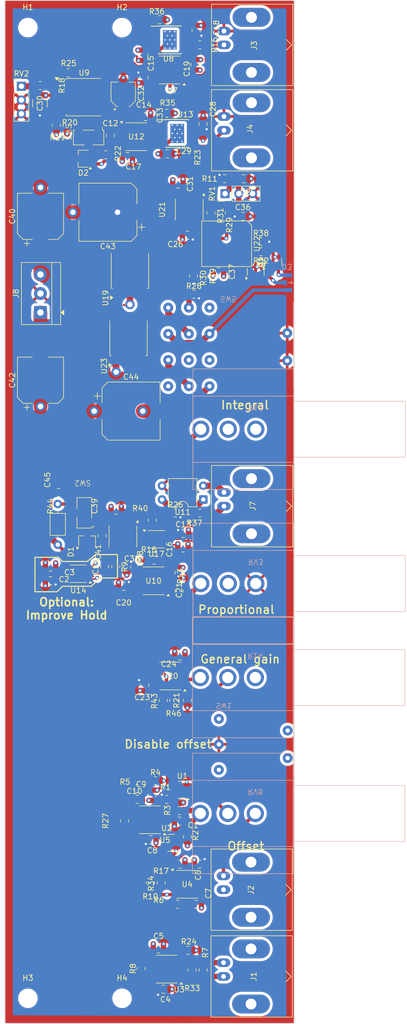
<source format=kicad_pcb>
(kicad_pcb (version 20241229) (generator "pcbnew") (generator_version "9.0")
  (layers (0 "F.Cu" signal) (4 "In1.Cu" signal) (6 "In2.Cu" signal) (2 "B.Cu" signal) (13 "F.Paste" user) (15 "B.Paste" user) (5 "F.SilkS" user "F.Silkscreen") (7 "B.SilkS" user "B.Silkscreen") (1 "F.Mask" user) (3 "B.Mask" user) (25 "Edge.Cuts" user))
  (net 0 "")
  (net 1 "Net-(U1-K)")
  (net 2 "GND")
  (net 3 "Net-(U2-A)")
  (net 5 "Net-(C1-Pad2)")
  (net 8 "Net-(R16-Pad2)")
  (net 9 "Net-(J3-In)")
  (net 10 "Net-(J7-Ext)")
  (net 11 "Net-(U20-+)")
  (net 13 "Net-(U10--)")
  (net 16 "Net-(J1-In)")
  (net 17 "Net-(J1-Ext)")
  (net 18 "Net-(J2-In)")
  (net 19 "Net-(J2-Ext)")
  (net 20 "Net-(J4-In)")
  (net 21 "Net-(C11-Pad1)")
  (net 22 "Input_B")
  (net 23 "Internal_setpoint")
  (net 24 "Error_signal")
  (net 25 "Net-(C11-Pad2)")
  (net 26 "Net-(U13-IN)")
  (net 27 "Input_A")
  (net 31 "Net-(U13-BW)")
  (net 32 "Net-(R14-Pad1)")
  (net 33 "Net-(R13-Pad1)")
  (net 34 "Net-(U9-ADJ)")
  (net 35 "Net-(R18-Pad1)")
  (net 37 "Net-(U7--)")
  (net 39 "Net-(U8-IN)")
  (net 41 "Net-(U8-BW)")
  (net 42 "Net-(U5--)")
  (net 43 "+15V")
  (net 44 "Vlim+")
  (net 45 "Net-(R34-Pad2)")
  (net 46 "Net-(R34-Pad1)")
  (net 47 "Net-(R33-Pad2)")
  (net 48 "Net-(R33-Pad1)")
  (net 49 "Net-(R12-Pad2)")
  (net 50 "Net-(J7-In)")
  (net 51 "Net-(D2-K)")
  (net 52 "Net-(R37-Pad1)")
  (net 53 "Net-(R43-Pad1)")
  (net 54 "Net-(R44-Pad1)")
  (net 61 "-15V")
  (net 62 "Net-(R40-Pad2)")
  (net 63 "Net-(SW3-A)")
  (net 64 "Net-(U22A-+)")
  (net 65 "Net-(D1-A)")
  (net 66 "Net-(SW2-A)")
  (net 67 "Net-(D1-K)")
  (net 68 "Net-(D2-A)")
  (net 69 "Net-(D3-A)")
  (net 70 "Net-(D3-K1)")
  (net 71 "Net-(D3-K2)")
  (net 72 "Net-(SW1-A)")
  (net 73 "Net-(R11-Pad1)")
  (net 74 "Net-(U20--)")
  (net 75 "Net-(U14C-SEL1)")
  (net 76 "Net-(U21--)")
  (net 77 "Net-(U22B--)")
  (net 78 "+V_DC_unregulated")
  (net 79 "-V_DC_unregulated")
  (net 83 "Net-(SW5-Pad3)")
  (net 84 "Net-(SW5-Pad11)")
  (net 85 "Net-(R28-Pad2)")
  (net 90 "Net-(U22C--)")
  (net 91 "Net-(R32-Pad2)")
  (net 92 "Net-(Q1-G)")
  (net 93 "Net-(Q2-G)")
  (footprint "Resistor_SMD:R_0805_2012Metric" (layer "F.Cu") (at 243.090393 3.429627 -90)
    (property "Reference" "R31")
    (property "Value" "10k")
  )
  (footprint "Capacitor_SMD:C_0805_2012Metric" (layer "F.Cu") (at 223.470041 68.67836 90)
    (property "Reference" "C11")
    (property "Value" "C")
  )
  (footprint "Capacitor_SMD:C_0805_2012Metric" (layer "F.Cu") (at 237.36138 85.102685)
    (property "Reference" "C24")
    (property "Value" "100nF")
  )
  (footprint "Capacitor_SMD:C_0805_2012Metric" (layer "F.Cu") (at 237.29509 115.592272)
    (property "Reference" "C1")
    (property "Value" "100nF" (hide yes))
  )
  (footprint "Capacitor_SMD:C_0805_2012Metric" (layer "F.Cu") (at 241.653614 -12.947821 90)
    (property "Reference" "C28")
    (property "Value" "100nF")
  )
  (footprint "Package_TO_SOT_SMD:SOT-23" (layer "F.Cu") (at 254.592 12.5035 90)
    (property "Reference" "Q1")
    (property "Value" "2N7002E")
  )
  (footprint "Package_TO_SOT_SMD:TO-252-3_TabPin2" (layer "F.Cu") (at 227.883 26.456 90)
    (property "Reference" "U23")
    (property "Value" "L7915")
  )
  (footprint "Resistor_SMD:R_0805_2012Metric" (layer "F.Cu") (at 236.546475 58.755497 180)
    (property "Reference" "R26")
    (property "Value" "1k")
  )
  (footprint "Capacitor_THT:C_Axial_L3.8mm_D2.6mm_P7.50mm_Horizontal" (layer "F.Cu") (at 214.811763 57.109086 -90)
    (property "Reference" "C45")
    (property "Value" "C" (hide yes))
  )
  (footprint "Capacitor_SMD:CP_Elec_10x10.5" (layer "F.Cu") (at 224.074 3.302 180)
    (property "Reference" "C43")
    (property "Value" "220uF")
  )
  (footprint "Capacitor_SMD:C_0805_2012Metric" (layer "F.Cu") (at 237.991763 62.551007)
    (property "Reference" "C13")
    (property "Value" "1uF")
  )
  (footprint "MountingHole:MountingHole_3.2mm_M3_ISO14580" (layer "F.Cu") (at 226.686 148.25)
    (property "Reference" "H4")
    (property "Value" "MountingHole")
  )
  (footprint "Package_SO:SOIC-8_3.9x4.9mm_P1.27mm" (layer "F.Cu") (at 235.462167 -22.925239 180)
    (property "Reference" "U7")
    (property "Value" "OPA189" (hide yes))
  )
  (footprint "Connector_Coaxial:BNC_Amphenol_B6252HB-NPP3G-50_Horizontal" (layer "F.Cu") (at 245.504 57.51 -90)
    (property "Reference" "J7")
    (property "Value" "select 1")
  )
  (footprint "Resistor_SMD:R_0805_2012Metric" (layer "F.Cu") (at 236.22 93.320059 -90)
    (property "Reference" "R46")
    (property "Value" "11k")
  )
  (footprint "Resistor_SMD:R_0805_2012Metric" (layer "F.Cu") (at 245.614403 -2.861834 180)
    (property "Reference" "R11")
    (property "Value" "100k")
  )
  (footprint "Capacitor_SMD:C_0805_2012Metric" (layer "F.Cu") (at 223.018834 62.962812 90)
    (property "Reference" "C41")
    (property "Value" "10nF" (hide yes))
  )
  (footprint "Connector_PinHeader_2.54mm:PinHeader_1x03_P2.54mm_Vertical" (layer "F.Cu") (at 245.702 -0.118 90)
    (property "Reference" "RV1")
    (property "Value" "100k")
  )
  (footprint "Resistor_SMD:R_0805_2012Metric" (layer "F.Cu") (at 214.541477 -12.725349 90)
    (property "Reference" "R20")
    (property "Value" "10k")
  )
  (footprint "Package_SO:SOIC-8_3.9x4.9mm_P1.27mm" (layer "F.Cu") (at 226.846763 63.101586 -90)
    (property "Reference" "U18")
    (property "Value" "OPA189" (hide yes))
  )
  (footprint "Package_TO_SOT_SMD:TSOT-23" (layer "F.Cu") (at 219.54048 -6.543448 180)
    (property "Reference" "D2")
    (property "Value" "D" (hide yes))
  )
  (footprint "Capacitor_SMD:C_0805_2012Metric" (layer "F.Cu") (at 226.981074 72.304065 180)
    (property "Reference" "C20")
    (property "Value" "100nF")
  )
  (footprint "Resistor_SMD:R_0805_2012Metric" (layer "F.Cu") (at 214.968 55 180)
    (property "Reference" "R44")
    (property "Value" "1M")
  )
  (footprint "Package_SO:SOIC-8_3.9x4.9mm_P1.27mm" (layer "F.Cu") (at 229.314093 -10.624845)
    (property "Reference" "U12")
    (property "Value" "OPA189")
  )
  (footprint "Capacitor_SMD:C_0805_2012Metric" (layer "F.Cu") (at 249.135827 -2.865997 180)
    (property "Reference" "C25")
    (property "Value" "100nF")
  )
  (footprint "Capacitor_SMD:C_0805_2012Metric" (layer "F.Cu") (at 232.02191 119.001805)
    (property "Reference" "C8")
    (property "Value" "100nF")
  )
  (footprint "Resistor_SMD:R_0805_2012Metric" (layer "F.Cu") (at 233.620054 -32.195753 180)
    (property "Reference" "R36")
    (property "Value" "3.3k" (hide yes))
  )
  (footprint "Capacitor_SMD:C_0805_2012Metric" (layer "F.Cu") (at 240.146736 -23.877534 90)
    (property "Reference" "C19")
    (property "Value" "100nF" (hide yes))
  )
  (footprint "Capacitor_SMD:CP_Elec_8x6.5" (layer "F.Cu") (at 211.628 34.29 90)
    (property "Reference" "C42")
    (property "Value" "100uF")
  )
  (footprint "Custom_Footprints:TDD DIP Switch" (layer "F.Cu") (at 220.510643 -10.469343 -90)
    (property "Reference" "SW3")
    (property "Value" "SW_SPDT" (hide yes))
  )
  (footprint "Capacitor_SMD:C_0805_2012Metric" (layer "F.Cu") (at 234.296715 146.567971)
    (property "Reference" "C4")
    (property "Value" "100nF")
  )
  (footprint "Package_TO_SOT_SMD:SOT-23" (layer "F.Cu") (at 237.692818 109.822019 180)
    (property "Reference" "U1")
    (property "Value" "LM4040DBZ-5" (hide yes))
  )
  (footprint "Capacitor_SMD:C_0805_2012Metric" (layer "F.Cu") (at 224.53295 -10.83978 90)
    (property "Reference" "C12")
    (property "Value" "100p" (hide yes))
  )
  (footprint "Capacitor_SMD:C_0805_2012Metric" (layer "F.Cu") (at 229.47494 111.554406)
    (property "Reference" "C10")
    (property "Value" "100nF")
  )
  (footprint "Resistor_SMD:R_0805_2012Metric" (layer "F.Cu") (at 233.924291 126.977117 90)
    (property "Reference" "R34")
    (property "Value" "DNP")
  )
  (footprint "Capacitor_SMD:C_0805_2012Metric" (layer "F.Cu") (at 213.487732 68.716)
    (property "Reference" "C3")
    (property "Value" "1uF")
  )
  (footprint "Resistor_SMD:R_0805_2012Metric" (layer "F.Cu") (at 238.76 93.320059 90)
    (property "Reference" "R21")
    (property "Value" "1k")
  )
  (footprint "Resistor_SMD:R_0805_2012Metric" (layer "F.Cu") (at 234.942818 111.572019 180)
    (property "Reference" "R1")
    (property "Value" "10k")
  )
  (footprint "Resistor_SMD:R_0805_2012Metric" (layer "F.Cu") (at 225.532541 68.697994 -90)
    (property "Reference" "R9")
    (property "Value" "1k")
  )
  (footprint "Resistor_SMD:R_0805_2012Metric" (layer "F.Cu") (at 252.348175 10.601316 180)
    (property "Reference" "R32")
    (property "Value" "100")
  )
  (footprint "MountingHole:MountingHole_3.2mm_M3_ISO14580" (layer "F.Cu") (at 209.296 -30.734)
    (property "Reference" "H1")
    (property "Value" "MountingHole")
  )
  (footprint "Package_SO:VSSOP-10_3x3mm_P0.5mm" (layer "F.Cu") (at 233.022117 63.609086)
    (property "Reference" "U17")
    (property "Value" "TMUX6123" (hide yes))
  )
  (footprint "Resistor_SMD:R_0805_2012Metric" (layer "F.Cu") (at 241.638 -9.5285 -90)
    (property "Reference" "R23")
    (property "Value" "50")
  )
  (footprint "Capacitor_SMD:C_0805_2012Metric" (layer "F.Cu") (at 225.606763 58.259086 180)
    (property "Reference" "C39")
    (property "Value" "100nF")
  )
  (footprint "Capacitor_SMD:C_0805_2012Metric" (layer "F.Cu") (at 213.479436 71.256 180)
    (property "Reference" "C2")
    (property "Value" "1uF")
  )
  (footprint "Capacitor_SMD:CP_Elec_4x5.8" (layer "F.Cu") (at 226.906 -18.428 90)
    (property "Reference" "C32")
    (property "Value" "22uF" (hide yes))
  )
  (footprint "Resistor_SMD:R_0805_2012Metric" (layer "F.Cu") (at 238.76 118.465559 90)
    (property "Reference" "R2")
    (property "Value" "10k")
  )
  (footprint "lib:TI_SO-PowerPAD-8_ThermalVias" (layer "F.Cu") (at 236.871491 -11.217423)
    (property "Reference" "U13")
    (property "Value" "BUF634A")
  )
  (footprint "Resistor_SMD:R_0805_2012Metric" (layer "F.Cu") (at 239.870866 15.098287 -90)
    (property "Reference" "R30")
    (property "Value" "10k")
  )
  (footprint "Resistor_SMD:R_0805_2012Metric" (layer "F.Cu") (at 241.054729 -27.548439)
    (property "Reference" "R15")
    (property "Value" "50" (hide yes))
  )
  (footprint "Package_SO:SOIC-8_3.9x4.9mm_P1.27mm" (layer "F.Cu") (at 232.514104 71.268582 180)
    (property "Reference" "U10")
    (property "Value" "OPA189" (hide yes))
  )
  (footprint "Package_SO:SOIC-8_3.9x4.9mm_P1.27mm" (layer "F.Cu") (at 231.852133 115.33157 180)
    (property "Reference" "U5")
    (property "Value" "OPA189" (hide yes))
  )
  (footprint "Package_DIP:DIP-4_W7.62mm" (layer "F.Cu") (at 241.684891 56.281473 180)
    (property "Reference" "U11")
    (property "Value" "PC817")
  )
  (footprint "Resistor_SMD:R_0805_2012Metric" (layer "F.Cu") (at 234.315 93.320059 90)
    (property "Reference" "R43")
    (property "Value" "11k")
  )
  (footprint "Resistor_SMD:R_0805_2012Metric" (layer "F.Cu") (at 241.04917 58.774822)
    (property "Reference" "R37")
    (property "Value" "180" (hide yes))
  )
  (footprint "Connector_Coaxial:BNC_Amphenol_B6252HB-NPP3G-50_Horizontal" (layer "F.Cu") (at 245.504 -11.802 -90)
    (property "Reference" "J4")
    (property "Value" "Output")
  )
  (footprint "Resistor_SMD:R_0805_2012Metric" (layer "F.Cu") (at 232.296577 60.06892 -90)
    (property "Reference" "R40")
    (property "Value" "10k")
  )
  (footprint "Capacitor_SMD:C_0805_2012Metric" (layer "F.Cu") (at 238.795068 7.542245 180)
    (property "Reference" "C26")
    (property "Value" "100nF")
  )
  (footprint "Resistor_SMD:R_0805_2012Metric" (layer "F.Cu") (at 241.664601 143.009948 -90)
    (property "Reference" "R7")
    (property "Value" "10k" (hide yes))
  )
  (footprint "Resistor_SMD:R_0805_2012Metric" (layer "F.Cu") (at 237.217137 73.16194 90)
    (property "Reference" "R13")
    (property "Value" "5k" (hide yes))
  )
  (footprint "Capacitor_SMD:C_0805_2012Metric" (layer "F.Cu") (at 230.877191 90.524618 -90)
    (property "Reference" "C23")
    (property "Value" "100nF")
  )
  (footprint "Capacitor_SMD:C_0805_2012Metric" (layer "F.Cu") (at 240.397186 130.907324)
    (property "Reference" "C7")
    (property "Value" "100nF")
  )
  (footprint "Package_TO_SOT_SMD:SOT-23" (layer "F.Cu") (at 251.357722 14.32968 90)
    (property "Reference" "Q2")
    (property "Value" "2N7002E" (hide yes))
  )
  (footprint "Resistor_SMD:R_0805_2012Metric" (layer "F.Cu") (at 232.874226 108.116749 180)
    (property "Reference" "R4")
    (property "Value" "10k")
  )
  (footprint "Resistor_SMD:R_0805_2012Metric" (layer "F.Cu") (at 239.9635 18.424 180)
    (property "Reference" "R28")
    (property "Value" "1k")
  )
  (footprint "Resistor_SMD:R_0805_2012Metric" (layer "F.Cu") (at 245.020449 3.41693 90)
    (property "Reference" "R29")
    (property "Value" "10k")
  )
  (footprint "Package_SO:SOIC-8_3.9x4.9mm_P1.27mm" (layer "F.Cu") (at 239.095883 2.819452 -90)
    (property "Reference" "U21")
    (property "Value" "OPA189")
  )
  (footprint "Capacitor_SMD:CP_Elec_10x10.5" (layer "F.Cu") (at 228.353058 39.975851)
    (property "Reference" "C44")
    (property "Value" "220uF")
  )
  (footprint "Capacitor_SMD:C_0805_2012Metric" (layer "F.Cu") (at 230.761215 -25.623631 90)
    (property "Reference" "C15")
    (property "Value" "100nF" (hide yes))
  )
  (footprint "Resistor_SMD:R_0805_2012Metric" (layer "F.Cu") (at 216.742218 -22.399109)
    (property "Reference" "R25")
    (property "Value" "330")
  )
  (footprint "Resistor_SMD:R_0805_2012Metric" (layer "F.Cu") (at 239.630377 143.009948 -90)
    (property "Reference" "R33")
    (property "Value" "DNP")
  )
  (footprint "Package_TO_SOT_SMD:TSOT-23" (layer "F.Cu") (at 220.211763 63.934086 90)
    (property "Reference" "D1")
    (property "Value" "D" (hide yes))
  )
  (footprint "Package_TO_SOT_SMD:TO-252-3_TabPin2" (layer "F.Cu") (at 228.138 14.01 90)
    (property "Reference" "U19")
    (property "Value" "L7815")
  )
  (footprint "Capacitor_SMD:C_0805_2012Metric" (layer "F.Cu") (at 240.352341 -30.200312 90)
    (property "Reference" "C18")
    (property "Value" "100nF" (hide yes))
  )
  (footprint "MountingHole:MountingHole_3.2mm_M3_ISO14580" (layer "F.Cu") (at 209.296 148.25)
    (property "Reference" "H3")
    (property "Value" "MountingHole")
  )
  (footprint "Resistor_SMD:R_0805_2012Metric" (layer "F.Cu") (at 227.13709 115.541703 -90)
    (property "Reference" "R27")
    (property "Value" "10k")
  )
  (footprint "Resistor_SMD:R_0805_2012Metric" (layer "F.Cu") (at 252.340184 8.692558)
    (property "Reference" "R38")
    (property "Value" "10k")
  )
  (footprint "Capacitor_SMD:C_0805_2012Metric" (layer "F.Cu") (at 230.99975 -14.328152)
    (property "Reference" "C33")
    (property "Value" "100nF" (hide yes))
  )
  (footprint "Resistor_SMD:R_0805_2012Metric" (layer "F.Cu") (at 229.47494 109.591836 180)
    (property "Reference" "R5")
    (property "Value" "10k")
  )
  (footprint "Package_SO:SOIC-8_3.9x4.9mm_P1.27mm" (layer "F.Cu") (at 238.717038 127.226782)
    (property "Reference" "U4")
    (property "Value" "INA849" (hide yes))
  )
  (footprint "Resistor_SMD:R_0805_2012Metric" (layer "F.Cu") (at 216.524567 -12.719479 90)
    (property "Reference" "R19")
    (property "Value" "10k")
  )
  (footprint "Package_TO_SOT_SMD:SOT-23" (layer "F.Cu") (at 235.726 119.585059 180)
    (property "Reference" "U2")
    (property "Value" "LM4040DBZ-5" (hide yes))
  )
  (footprint "Capacitor_SMD:C_0805_2012Metric" (layer "F.Cu") (at 235.065357 -7.463708 180)
    (property "Reference" "C29")
    (property "Value" "100nF")
  )
  (footprint "Resistor_SMD:R_0805_2012Metric" (layer "F.Cu") (at 237.281106 113.633947 180)
    (property "Reference" "R3")
    (property "Value" "10k" (hide yes))
  )
  (footprint "Resistor_SMD:R_0805_2012Metric" (layer "F.Cu") (at 241.82379 15.095661 -90)
    (property "Reference" "R39")
    (property "Value" "100")
  )
  (footprint "Capacitor_SMD:C_0805_2012Metric" (layer "F.Cu") (at 233.39683 139.166418 180)
    (property "Reference" "C5")
    (property "Value" "100nF")
  )
  (footprint "Custom_Footprints:TDD DIP Switch" (layer "F.Cu") (at 219.711763 58.739086 180)
    (property "Reference" "SW2")
    (property "Value" "SW_SPDT")
  )
  (footprint "Resistor_SMD:R_0805_2012Metric" (layer "F.Cu") (at 223.682253 -7.279367)
    (property "Reference" "R22")
    (property "Value" "10k")
  )
  (footprint "Capacitor_SMD:C_0805_2012Metric" (layer "F.Cu") (at 249.004 4.079538)
    (property "Reference" "C36")
    (property "Value" "100nF")
  )
  (footprint "Package_TO_SOT_SMD:TO-252-2" (layer "F.Cu") (at 219.67854 -17.906882)
    (property "Reference" "U9")
    (property "Value" "LM317_TO-252" (hide yes))
  )
  (footprint "Resistor_SMD:R_0805_2012Metric" (layer "F.Cu") (at 232.596604 67.458582 180)
    (property "Reference" "R16")
    (property "Value" "100k" (hide yes))
  )
  (footprint "Package_SO:VSSOP-10_3x3mm_P0.5mm" (layer "F.Cu") (at 218.609674 69.959086 180)
    (property "Reference" "U14")
    (property "Value" "TMUX6123")
  )
  (footprint "Resistor_SMD:R_0805_2012Metric" (layer "F.Cu") (at 231.908709 126.939975 -90)
    (property "Reference" "R10")
    (property "Value" "10k" (hide yes))
  )
  (footprint "Capacitor_SMD:C_0805_2012Metric" (layer "F.Cu") (at 237.218828 69.764739 90)
    (property "Reference" "C21")
    (property "Value" "100nF")
  )
  (footprint "Capacitor_SMD:C_0805_2012Metric" (layer "F.Cu") (at 240.979385 123.530039 180)
    (property "Reference" "C6")
    (property "Value" "100nF")
  )
  (footprint "Package_SO:SOIC-8_3.9x4.9mm_P1.27mm" (layer "F.Cu") (at 235.594551 88.818791 180)
    (property "Reference" "U20")
    (property "Value" "OPA189" (hide yes))
  )
  (footprint "Resistor_SMD:R_0805_2012Metric" (layer "F.Cu") (at 236.958457 130.907324 180)
    (property "Reference" "R6")
    (property "Value" "10k")
  )
  (footprint "Capacitor_SMD:C_1210_3225Metric" (layer "F.Cu") (at 211.511491 -16.775901 90)
    (property "Reference" "C30")
    (property "Value" "10uF")
  )
  (footprint "Custom_Footprints:SOIC-14" (layer "F.Cu") (at 246.005958 9.119218 180)
    (property "Reference" "U22")
    (property "Value" "4x Comparator" (hide yes))
  )
  (footprint "Capacitor_SMD:C_0805_2012Metric" (layer "F.Cu") (at 237 -1.913028 180)
    (property "Reference" "C31")
    (property "Value" "100nF")
  )
  (footprint "Capacitor_SMD:C_0805_2012Metric" (layer "F.Cu") (at 227.559862 68.709651 -90)
    (property "Reference" "C38")
    (property "Value" "100nF")
  )
  (footprint "Capacitor_SMD:C_0805_2012Metric" (layer "F.Cu") (at 232.204138 110.803109 -90)
    (property "Reference" "C9")
    (property "Value" "100nF")
  )
  (footprint "Resistor_SMD:R_0805_2012Metric" (layer "F.Cu") (at 211.572843 -20.058295)
    (property "Reference" "R18")
    (property "Value" "1k")
  )
  (footprint "Capacitor_SMD:C_0805_2012Metric" (layer "F.Cu") (at 227.660304 -6.930724 180)
    (property "Reference" "C17")
    (property "Value" "100nF")
  )
  (footprint "MountingHole:MountingHole_3.2mm_M3_ISO14580" (layer "F.Cu") (at 226.686 -30.734)
    (property "Reference" "H2")
    (property "Value" "MountingHole")
  )
  (footprint "Connector_Coaxial:BNC_Amphenol_B6252HB-NPP3G-50_Horizontal" (layer "F.Cu") (at 245.42 128.221059 -90)
    (property "Reference" "J2")
    (property "Value" "Input B / Setpoint")
  )
  (footprint "Package_SO:SOIC-8_3.9x4.9mm_P1.27mm" (layer "F.Cu") (at 234.909393 142.875 180)
    (property "Reference" "U3")
    (property "Value" "INA849" (hide yes))
  )
  (footprint "Capacitor_SMD:C_0805_2012Metric" (layer "F.Cu") (at 237.938456 65.222277 180)
    (property "Reference" "C16")
    (property "Value" "1uF")
  )
  (footprint "Resistor_SMD:R_0805_2012Metric" (layer "F.Cu") (at 237.382756 123.530039 180)
    (property "Reference" "R17")
    (property "Value" "1k")
  )
  (footprint "Connector_Coaxial:BNC_Amphenol_B6252HB-NPP3G-50_Horizontal" (layer "F.Cu") (at 245.42 144.223059 -90)
    (property "Reference" "J1")
    (property "Value" "Input A")
  )
  (footprint "Resistor_SMD:R_0805_2012Metric" (layer "F.Cu") (at 234.951995 -14.945577 180)
    (property "Reference" "R35")
    (property "Value" "3.3k" (hide yes))
  )
  (footprint "Capacitor_SMD:C_0805_2012Metric" (layer "F.Cu") (at 230.714199 -21.509058 -90)
    (property "Reference" "C14")
    (property "Value" "100nF" (hide yes))
  )
  (footprint "TerminalBlock_4Ucon:TerminalBlock_4Ucon_1x03_P3.50mm_Horizontal" (layer "F.Cu") (at 211.6155 21.794 90)
    (property "Reference" "J8")
    (property "Value" "Screw_Terminal_01x03")
  )
  (footprint "Capacitor_SMD:C_0805_2012Metric" (layer "F.Cu") (at 244.498 14.279104)
    (property "Reference" "C37")
    (property "Value" "100nF")
  )
  (footprint "Capacitor_SMD:CP_Elec_8x6.5" (layer "F.Cu") (at 211.628 4.064 90)
    (property "Reference" "C40")
    (property "Value" "100uF")
  )
  (footprint "Connector_PinHeader_2.54mm:PinHeader_1x03_P2.54mm_Vertical" (layer "F.Cu") (at 208.095127 -19.919878)
    (property "Reference" "RV2")
    (property "Value" "2k")
  )
  (footprint "lib:TI_SO-PowerPAD-8_ThermalVias" (layer "F.Cu") (at 235.507098 -28.47903)
    (property "Reference" "U8")
    (property "Value" "BUF634A" (hide yes))
  )
  (footprint "Resistor_SMD:R_0805_2012Metric" (layer "F.Cu") (at 230.213683 142.774729 90)
    (property "Reference" "R8")
    (property "Value" "10k")
  )
  (footprint "Connector_Coaxial:BNC_Amphenol_B6252HB-NPP3G-50_Horizontal" (layer "F.Cu") (at 245.504 -27.55 -90)
    (property "Reference" "J3")
    (property "Value" "Monitor")
  )
  (footprint "Resistor_SMD:R_0805_2012Metric" (layer "F.Cu") (at 238.828893 139.408741 180)
    (property "Reference" "R24")
    (property "Value" "1k")
  )
  (footprint "Custom_Footprints:Bourns Circular Pots" (layer "B.Cu") (at 251.295 114.159059)
    (property "Reference" "RV8")
    (property "Value" "100k")
  )
  (footprint "Custom_Footprints:Right Angle SPDT Switch" (layer "B.Cu") (at 244.5625 101.418059)
    (property "Reference" "SW1")
    (property "Value" "SW_SPDT")
  )
  (footprint "Custom_Footprints:GR LED" (layer "B.Cu") (at 257.134 16.287)
    (property "Reference" "D3")
    (property "Value" "LED_Dual_KKA")
  )
  (footprint "Custom_Footprints:Bourns Circular Pots" (layer "B.Cu") (at 251.295 89.105059)
    (property "Reference" "R14")
    (property "Value" "10k")
  )
  (footprint "Custom_Footprints:Right Angle 3PDT Switch" (layer "B.Cu") (at 242.8315 28.141)
    (property "Reference" "SW5")
    (property "Value" "EG6100-ND" (hide yes))
  )
  (footprint "Custom_Footprints:Bourns Circular Pots" (layer "B.Cu") (at 251.379 43.316)
    (property "Reference" "R12")
    (property "Value" "100k")
  )
  (footprint "Custom_Footprints:Bourns Circular Pots" (layer "B.Cu") (at 251.379 71.764)
    (property "Reference" "RV3")
    (property "Value" "5k")
  )
  (gr_poly (pts (xy 220.256 67.7) (xy 221.78 66.43) (xy 225.844 66.43) (xy 225.844 70.748) (xy 222.542 70.748) (xy 221.018 72.272) (xy 215.684 72.272) (xy 214.668 73.288) (xy 210.604 73.288) (xy 210.604 66.938) (xy 214.922 66.938) (xy 215.684 67.7)) (stroke (width 0.2)) (fill no) (layer "F.SilkS"))
  (gr_rect (start 205.036 -35.776) (end 258.5 152.908) (stroke (width 0.1)) (fill no) (layer "Edge.Cuts"))
  (gr_text "General gain" (at 241 86.605059 0) (layer "F.SilkS") (effects (font (size 1.524 1.524) (thickness 0.254) (bold yes)) (justify left bottom)))
  (gr_text "Disable offset" (at 227 102.287609 0) (layer "F.SilkS") (effects (font (size 1.524 1.524) (thickness 0.254) (bold yes)) (justify left bottom)))
  (gr_text "Optional:\nImprove Hold" (at 216.454 78.486 0) (layer "F.SilkS") (effects (font (size 1.5 1.5) (thickness 0.3) (bold yes)) (justify bottom)))
  (gr_text "Integral" (at 244.834 39.76 0) (layer "F.SilkS") (effects (font (size 1.524 1.524) (thickness 0.254) (bold yes)) (justify left bottom)))
  (gr_text "Offset" (at 246 121.083609 0) (layer "F.SilkS") (effects (font (size 1.524 1.524) (thickness 0.254) (bold yes)) (justify left bottom)))
  (gr_text "Proportional" (at 240.584 77.47 0) (layer "F.SilkS") (effects (font (size 1.524 1.524) (thickness 0.254) (bold yes)) (justify left bottom)))
  (segment (start 236.655318 110.772019) (end 235.855318 111.572019) (width 0.635) (layer "F.Cu") (net 1))
  (segment (start 242.82796 110.772019) (end 246.215 114.159059) (width 0.635) (layer "F.Cu") (net 1))
  (segment (start 238.630318 110.772019) (end 242.82796 110.772019) (width 0.635) (layer "F.Cu") (net 1))
  (segment (start 238.630318 110.772019) (end 236.655318 110.772019) (width 0.635) (layer "F.Cu") (net 1))
  (segment (start 229.774855 -20.559058) (end 229.765236 -20.549439) (width 1) (layer "F.Cu") (net 2))
  (segment (start 238.295256 123.530039) (end 238.295256 122.706059) (width 1) (layer "F.Cu") (net 2))
  (segment (start 243.548 15.070031) (end 243.52636 15.091671) (width 1) (layer "F.Cu") (net 2))
  (segment (start 239.741393 139.408741) (end 240.390223 139.408741) (width 1) (layer "F.Cu") (net 2))
  (segment (start 238.630318 108.872019) (end 238.630318 108.342209) (width 0.635) (layer "F.Cu") (net 2))
  (segment (start 237.883684 63.609086) (end 238.941763 62.551007) (width 0.25) (layer "F.Cu") (net 2))
  (segment (start 254.949557 11.566) (end 254.952434 11.568877) (width 0.635) (layer "F.Cu") (net 2))
  (segment (start 240.352341 -31.150312) (end 241.238633 -31.150312) (width 1) (layer "F.Cu") (net 2))
  (segment (start 236.41138 85.102685) (end 236.41138 84.27828) (width 1) (layer "F.Cu") (net 2))
  (segment (start 243.548 14.279104) (end 243.548 15.070031) (width 1) (layer "F.Cu") (net 2))
  (segment (start 239.447186 128.592866) (end 239.447186 130.907324) (width 0.635) (layer "F.Cu") (net 2))
  (segment (start 236.6635 120.535059) (end 236.6635 121.067122) (width 0.635) (layer "F.Cu") (net 2))
  (segment (start 237.845068 7.542245) (end 237.845068 8.33862) (width 1) (layer "F.Cu") (net 2))
  (segment (start 237.95 -1.913028) (end 237.95 -2.793123) (width 1) (layer "F.Cu") (net 2))
  (segment (start 231.94975 -14.328152) (end 231.94975 -15.027331) (width 1) (layer "F.Cu") (net 2))
  (segment (start 234.34683 139.166418) (end 234.34683 138.219148) (width 1) (layer "F.Cu") (net 2))
  (segment (start 228.610304 -6.930724) (end 228.610304 -5.966087) (width 1) (layer "F.Cu") (net 2))
  (segment (start 237.845068 8.33862) (end 237.833901 8.349787) (width 1) (layer "F.Cu") (net 2))
  (segment (start 236.631479 -7.463708) (end 236.657418 -7.489647) (width 1) (layer "F.Cu") (net 2))
  (segment (start 213.82635 69.959086) (end 212.529436 71.256) (width 0.25) (layer "F.Cu") (net 2))
  (segment (start 238.460883 0.344452) (end 238.460883 -1.402145) (width 0.635) (layer "F.Cu") (net 2))
  (segment (start 227.559862 70.235388) (end 227.561442 70.236968) (width 1) (layer "F.Cu") (net 2))
  (segment (start 217.703852 70.459086) (end 217.203852 69.959086) (width 0.25) (layer "F.Cu") (net 2))
  (segment (start 226.031074 72.304065) (end 226.031074 71.572664) (width 1) (layer "F.Cu") (net 2))
  (segment (start 226.211763 60.626586) (end 226.211763 58.604086) (width 0.635) (layer "F.Cu") (net 2))
  (segment (start 212.601301 -18.250901) (end 212.607506 -18.257106) (width 1.143) (layer "F.Cu") (net 2))
  (segment (start 228.610304 -6.930724) (end 228.610304 -9.193633) (width 0.635) (layer "F.Cu") (net 2))
  (segment (start 240.029385 123.530039) (end 240.029385 122.712026) (width 1) (layer "F.Cu") (net 2))
  (segment (start 226.211763 58.604086) (end 226.556763 58.259086) (width 0.635) (layer "F.Cu") (net 2))
  (segment (start 250.583206 -2.912) (end 250.593841 -2.901365) (width 1) (layer "F.Cu") (net 2))
  (segment (start 241.076435 -22.927534) (end 241.100872 -22.903097) (width 1) (layer "F.Cu") (net 2))
  (segment (start 241.653614 -14.533019) (end 241.663775 -14.54318) (width 1) (layer "F.Cu") (net 2))
  (segment (start 226.031074 71.572664) (end 226.043426 71.560312) (width 1) (layer "F.Cu") (net 2))
  (segment (start 238.941763 62.551007) (end 238.941763 61.846668) (width 1) (layer "F.Cu") (net 2))
  (segment (start 237.95 -2.793123) (end 237.941272 -2.801851) (width 1) (layer "F.Cu") (net 2))
  (segment (start 238.630318 108.342209) (end 238.638682 108.333845) (width 0.635) (layer "F.Cu") (net 2))
  (segment (start 240.146736 -22.927534) (end 241.076435 -22.927534) (width 1) (layer "F.Cu") (net 2))
  (segment (start 236.015357 -7.463708) (end 236.631479 -7.463708) (width 1) (layer "F.Cu") (net 2))
  (segment (start 238.76 94.689456) (end 238.755159 94.694297) (width 1) (layer "F.Cu") (net 2))
  (segment (start 233.409392 142.24) (end 234.34683 141.302562) (width 0.635) (layer "F.Cu") (net 2))
  (segment (start 241.653614 -13.897821) (end 241.653614 -14.533019) (width 1) (layer "F.Cu") (net 2))
  (segment (start 225.603 32.759) (end 225.598 32.764) (width 1.143) (layer "F.Cu") (net 2))
  (segment (start 243.465958 11.719218) (end 243.465958 14.197062) (width 0.635) (layer "F.Cu") (net 2))
  (segment (start 228.610304 -5.966087) (end 228.611225 -5.965166) (width 1) (layer "F.Cu") (net 2))
  (segment (start 232.204138 109.853109) (end 233.165857 109.853109) (width 1) (layer "F.Cu") (net 2))
  (segment (start 250.085827 -2.865997) (end 250.527033 -2.865997) (width 1) (layer "F.Cu") (net 2))
  (segment (start 212.537732 67.924419) (end 212.551418 67.910733) (width 1) (layer "F.Cu") (net 2))
  (segment (start 254.592 11.566) (end 254.949557 11.566) (width 0.635) (layer "F.Cu") (net 2))
  (segment (start 224.153058 39.975851) (end 221.887058 39.975851) (width 2.54) (layer "F.Cu") (net 2))
  (segment (start 211.628 1.014) (end 211.628 -1.27) (width 2.54) (layer "F.Cu") (net 2))
  (segment (start 232.97191 119.605494) (end 232.972373 119.605957) (width 1) (layer "F.Cu") (net 2))
  (segment (start 211.511491 -18.250901) (end 212.601301 -18.250901) (width 1.143) (layer "F.Cu") (net 2))
  (segment (start 238.460883 -1.402145) (end 237.95 -1.913028) (width 0.635) (layer "F.Cu") (net 2))
  (segment (start 226.906 -20.228) (end 226.906 -21.486646) (width 1.143) (layer "F.Cu") (net 2))
  (segment (start 212.529436 71.256) (end 212.529436 72.189354) (width 1) (layer "F.Cu") (net 2))
  (segment (start 238.941763 61.846668) (end 238.949994 61.838437) (width 1) (layer "F.Cu") (net 2))
  (segment (start 240.029385 122.712026) (end 240.033992 122.707419) (width 1) (layer "F.Cu") (net 2))
  (segment (start 229.741012 -24.673631) (end 229.721052 -24.653671) (width 1) (layer "F.Cu") (net 2))
  (segment (start 238.888456 64.455291) (end 238.880502 64.447337) (width 1) (layer "F.Cu") (net 2))
  (segment (start 249.954 4.079538) (end 250.395507 4.079538) (width 1) (layer "F.Cu") (net 2))
  (segment (start 226.556763 58.259086) (end 226.556763 57.517413) (width 1) (layer "F.Cu") (net 2))
  (segment (start 219.874 3.302) (end 217.604 3.302) (width 2.54) (layer "F.Cu") (net 2))
  (segment (start 226.906 -21.486646) (end 226.937931 -21.518577) (width 1.143) (layer "F.Cu") (net 2))
  (segment (start 231.94975 -15.027331) (end 231.94828 -15.028801) (width 1) (layer "F.Cu") (net 2))
  (segment (start 235.933024 146.567971) (end 235.934528 146.566467) (width 1) (layer "F.Cu") (net 2))
  (segment (start 235.222117 63.609086) (end 237.883684 63.609086) (width 0.25) (layer "F.Cu") (net 2))
  (segment (start 251.357722 13.39218) (end 251.652559 13.39218) (width 0.635) (layer "F.Cu") (net 2))
  (segment (start 226.556763 57.517413) (end 226.548917 57.509567) (width 1) (layer "F.Cu") (net 2))
  (segment (start 230.877191 91.474618) (end 230.048105 91.474618) (width 1) (layer "F.Cu") (net 2))
  (segment (start 225.603 31.496) (end 225.603 32.759) (width 1.143) (layer "F.Cu") (net 2))
  (segment (start 235.246715 146.567971) (end 235.933024 146.567971) (width 1) (layer "F.Cu") (net 2))
  (segment (start 217.203852 69.959086) (end 216.409674 69.959086) (width 0.25) (layer "F.Cu") (net 2))
  (segment (start 230.714199 -20.559058) (end 229.774855 -20.559058) (width 1) (layer "F.Cu") (net 2))
  (segment (start 236.34509 115.592272) (end 236.34509 116.552653) (width 1) (layer "F.Cu") (net 2))
  (segment (start 236.34509 116.552653) (end 236.358656 116.566219) (width 1) (layer "F.Cu") (net 2))
  (segment (start 227.559862 69.659651) (end 227.559862 70.235388) (width 1) (layer "F.Cu") (net 2))
  (segment (start 234.989104 70.633582) (end 237.137671 70.633582) (width 0.635) (layer "F.Cu") (net 2))
  (segment (start 212.537732 68.716) (end 212.537732 67.924419) (width 1) (layer "F.Cu") (net 2))
  (segment (start 228.138 19.05) (end 228.138 20.318) (width 1.143) (layer "F.Cu") (net 2))
  (segment (start 233.165857 109.853109) (end 233.181021 109.868273) (width 1) (layer "F.Cu") (net 2))
  (segment (start 230.048105 91.474618) (end 230.01775 91.504973) (width 1) (layer "F.Cu") (net 2))
  (segment (start 236.6635 121.067122) (end 236.679987 121.083609) (width 0.635) (layer "F.Cu") (net 2))
  (segment (start 220.809674 70.459086) (end 217.703852 70.459086) (width 0.25) (layer "F.Cu") (net 2))
  (segment (start 241.192038 127.861782) (end 240.17827 127.861782) (width 0.635) (layer "F.Cu") (net 2))
  (segment (start 238.295256 122.706059) (end 238.302468 122.698847) (width 1) (layer "F.Cu") (net 2))
  (segment (start 238.888456 65.222277) (end 238.888456 64.455291) (width 1) (layer "F.Cu") (net 2))
  (segment (start 228.610304 -9.193633) (end 227.814092 -9.989845) (width 0.635) (layer "F.Cu") (net 2))
  (segment (start 237.218828 70.714739) (end 237.999756 70.714739) (width 1) (layer "F.Cu") (net 2))
  (segment (start 238.76 94.232559) (end 238.76 94.689456) (width 1) (layer "F.Cu") (net 2))
  (segment (start 234.34683 141.302562) (end 234.34683 139.166418) (width 0.635) (layer "F.Cu") (net 2))
  (segment (start 216.409674 69.959086) (end 213.82635 69.959086) (width 0.25) (layer "F.Cu") (net 2))
  (segment (start 232.434393 142.24) (end 233.409392 142.24) (width 0.635) (layer "F.Cu") (net 2))
  (segment (start 228.138 19.05) (end 228.138 12.75) (width 1.143) (layer "F.Cu") (net 2))
  (segment (start 212.529436 72.189354) (end 212.529731 72.189649) (width 1) (layer "F.Cu") (net 2))
  (segment (start 240.17827 127.861782) (end 239.447186 128.592866) (width 0.635) (layer "F.Cu") (net 2))
  (segment (start 211.628 37.34) (end 211.628 39.116) (width 2.54) (layer "F.Cu") (net 2))
  (segment (start 241.238633 -31.150312) (end 241.252992 -31.135953) (width 1) (layer "F.Cu") (net 2))
  (segment (start 237.999756 70.714739) (end 238.020313 70.735296) (width 1) (layer "F.Cu") (net 2))
  (segment (start 230.761215 -24.673631) (end 229.741012 -24.673631) (width 1) (layer "F.Cu") (net 2))
  (segment (start 234.34683 138.219148) (end 234.356219 138.209759) (width 1) (layer "F.Cu") (net 2))
  (segment (start 250.395507 4.079538) (end 250.404267 4.088298) (width 1) (layer "F.Cu") (net 2))
  (segment (start 227.814092 -9.989845) (end 226.839093 -9.989845) (width 0.635) (layer "F.Cu") (net 2))
  (segment (start 232.97191 119.001805) (end 232.97191 119.605494) (width 1) (layer "F.Cu") (net 2))
  (segment (start 240.390223 139.408741) (end 240.396204 139.414722) (width 1) (layer "F.Cu") (net 2))
  (via (at 212.607506 -18.257106) (size 0.8) (drill 0.4) (layers "F.Cu" "B.Cu") (net 2))
  (via (at 243.52636 15.091671) (size 0.8) (drill 0.4) (layers "F.Cu" "B.Cu") (net 2))
  (via (at 228.138 20.318) (size 1.778) (drill 1.016) (layers "F.Cu" "B.Cu") (net 2))
  (via (at 250.404267 4.088298) (size 0.8) (drill 0.4) (layers "F.Cu" "B.Cu") (net 2))
  (via (at 236.358656 116.566219) (size 0.8) (drill 0.4) (layers "F.Cu" "B.Cu") (net 2))
  (via (at 236.41138 84.27828) (size 0.8) (drill 0.4) (layers "F.Cu" "B.Cu") (net 2))
  (via (at 229.721052 -24.653671) (size 0.8) (drill 0.4) (layers "F.Cu" "B.Cu") (net 2))
  (via (at 238.020313 70.735296) (size 0.8) (drill 0.4) (layers "F.Cu" "B.Cu") (net 2))
  (via (at 211.628 -1.27) (size 1.778) (drill 1.016) (layers "F.Cu" "B.Cu") (net 2))
  (via (at 241.663775 -14.54318) (size 0.8) (drill 0.4) (layers "F.Cu" "B.Cu") (net 2))
  (via (at 235.934528 146.566467) (size 0.8) (drill 0.4) (layers "F.Cu" "B.Cu") (net 2))
  (via (at 234.406518 108.113887) (size 0.8) (drill 0.4) (layers "F.Cu" "B.Cu") (net 2))
  (via (at 229.765236 -20.549439) (size 0.8) (drill 0.4) (layers "F.Cu" "B.Cu") (net 2))
  (via (at 228.611225 -5.965166) (size 0.8) (drill 0.4) (layers "F.Cu" "B.Cu") (net 2))
  (via (at 237.941272 -2.801851) (size 0.8) (drill 0.4) (layers "F.Cu" "B.Cu") (net 2))
  (via (at 226.937931 -21.518577) (size 0.8) (drill 0.4) (layers "F.Cu" "B.Cu") (net 2))
  (via (at 241.100872 -22.903097) (size 0.8) (drill 0.4) (layers "F.Cu" "B.Cu") (net 2))
  (via (at 227.561442 70.236968) (size 0.8) (drill 0.4) (layers "F.Cu" "B.Cu") (net 2))
  (via (at 236.657418 -7.489647) (size 0.8) (drill 0.4) (layers "F.Cu" "B.Cu") (net 2))
  (via (at 240.033992 122.707419) (size 0.8) (drill 0.4) (layers "F.Cu" "B.Cu") (net 2))
  (via (at 238.880502 64.447337) (size 0.8) (drill 0.4) (layers "F.Cu" "B.Cu") (net 2))
  (via (at 238.638682 108.333845) (size 0.8) (drill 0.4) (layers "F.Cu" "B.Cu") (net 2))
  (via (at 250.537668 -2.855362) (size 0.8) (drill 0.4) (layers "F.Cu" "B.Cu") (net 2))
  (via (at 240.396204 139.414722) (size 0.8) (drill 0.4) (layers "F.Cu" "B.Cu") (net 2))
  (via (at 230.01775 91.504973) (size 0.8) (drill 0.4) (layers "F.Cu" "B.Cu") (net 2))
  (via (at 225.598 32.764) (size 1.778) (drill 1.016) (layers "F.Cu" "B.Cu") (net 2))
  (via (at 238.302468 122.698847) (size 0.8) (drill 0.4) (layers "F.Cu" "B.Cu") (net 2))
  (via (at 226.043426 71.560312) (size 0.8) (drill 0.4) (layers "F.Cu" "B.Cu") (net 2))
  (via (at 238.949994 61.838437) (size 0.8) (drill 0.4) (layers "F.Cu" "B.Cu") (net 2))
  (via (at 221.534 39.975851) (size 1.778) (drill 1.016) (layers "F.Cu" "B.Cu") (net 2))
  (via (at 241.252992 -31.135953) (size 0.8) (drill 0.4) (layers "F.Cu" "B.Cu") (net 2))
  (via (at 212.551418 67.910733) (size 0.8) (drill 0.4) (layers "F.Cu" "B.Cu") (net 2))
  (via (at 238.755159 94.694297) (size 0.8) (drill 0.4) (layers "F.Cu" "B.Cu") (net 2))
  (via (at 237.833901 8.349787) (size 0.8) (drill 0.4) (layers "F.Cu" "B.Cu") (net 2))
  (via (at 233.181021 109.868273) (size 0.8) (drill 0.4) (layers "F.Cu" "B.Cu") (net 2))
  (via (at 232.972373 119.605957) (size 0.8) (drill 0.4) (layers "F.Cu" "B.Cu") (net 2))
  (via (at 251.655694 13.389045) (size 0.8) (drill 0.4) (layers "F.Cu" "B.Cu") (net 2))
  (via (at 226.548917 57.509567) (size 0.8) (drill 0.4) (layers "F.Cu" "B.Cu") (net 2))
  (via (at 254.952434 11.568877) (size 0.8) (drill 0.4) (layers "F.Cu" "B.Cu") (net 2))
  (via (at 234.356219 138.209759) (size 0.8) (drill 0.4) (layers "F.Cu" "B.Cu") (net 2))
  (via (at 211.628 39.116) (size 1.778) (drill 1.016) (layers "F.Cu" "B.Cu") (net 2))
  (via (at 217.604 3.302) (size 1.778) (drill 1.016) (layers "F.Cu" "B.Cu") (net 2))
  (via (at 212.529731 72.189649) (size 0.8) (drill 0.4) (layers "F.Cu" "B.Cu") (net 2))
  (via (at 236.679987 121.083609) (size 0.8) (drill 0.4) (layers "F.Cu" "B.Cu") (net 2))
  (via (at 231.94828 -15.028801) (size 0.8) (drill 0.4) (layers "F.Cu" "B.Cu") (net 2))
  (segment (start 236.6635 118.635059) (end 237.678 118.635059) (width 0.635) (layer "F.Cu") (net 3))
  (segment (start 238.76 117.553059) (end 247.901 117.553059) (width 0.635) (layer "F.Cu") (net 3))
  (segment (start 247.901 117.553059) (end 251.295 114.159059) (width 0.635) (layer "F.Cu") (net 3))
  (segment (start 237.678 118.635059) (end 238.76 117.553059) (width 0.635) (layer "F.Cu") (net 3))
  (segment (start 239.701787 115.592272) (end 241.135 114.159059) (width 1) (layer "F.Cu") (net 5))
  (segment (start 238.24509 115.592272) (end 239.701787 115.592272) (width 1) (layer "F.Cu") (net 5))
  (segment (start 238.193606 113.633947) (end 240.609888 113.633947) (width 1) (layer "F.Cu") (net 5))
  (segment (start 214.544413 -11.013754) (end 214.544413 -11.809913) (width 1) (layer "F.Cu") (net 8))
  (segment (start 231.684104 67.458582) (end 231.684104 69.963581) (width 0.635) (layer "F.Cu") (net 8))
  (segment (start 231.684104 65.471073) (end 230.822117 64.609086) (width 0.25) (layer "F.Cu") (net 8))
  (segment (start 231.684104 67.458582) (end 229.966582 67.458582) (width 1) (layer "F.Cu") (net 8))
  (segment (start 231.684104 69.963581) (end 231.014103 70.633582) (width 0.635) (layer "F.Cu") (net 8))
  (segment (start 231.684104 67.458582) (end 231.684104 65.471073) (width 0.25) (layer "F.Cu") (net 8))
  (segment (start 229.966582 67.458582) (end 229.954 67.446) (width 1) (layer "F.Cu") (net 8))
  (segment (start 231.014103 70.633582) (end 230.039104 70.633582) (width 0.635) (layer "F.Cu") (net 8))
  (via (at 214.544413 -11.013754) (size 0.8) (drill 0.4) (layers "F.Cu" "B.Cu") (net 8))
  (via (at 229.954 67.446) (size 0.8) (drill 0.4) (layers "F.Cu" "B.Cu") (net 8))
  (segment (start 245.504 -27.55) (end 241.96879 -27.55) (width 1) (layer "F.Cu") (net 9))
  (segment (start 244.275473 53.741473) (end 241.684891 53.741473) (width 1.143) (layer "F.Cu") (net 10))
  (segment (start 245.504 54.97) (end 244.275473 53.741473) (width 1.143) (layer "F.Cu") (net 10))
  (segment (start 236.045957 130.907324) (end 232.899214 130.907324) (width 1) (layer "F.Cu") (net 11))
  (segment (start 236.314109 88.183791) (end 234.225609 86.095291) (width 0.635) (layer "F.Cu") (net 11))
  (segment (start 225.91859 92.050753) (end 231.874052 86.095291) (width 0.635) (layer "F.Cu") (net 11))
  (segment (start 230.213683 136.739598) (end 236.045957 130.907324) (width 1) (layer "F.Cu") (net 11))
  (segment (start 238.069551 88.183791) (end 236.314109 88.183791) (width 0.635) (layer "F.Cu") (net 11))
  (segment (start 227.13709 116.454203) (end 225.91859 115.235703) (width 0.635) (layer "F.Cu") (net 11))
  (segment (start 230.213683 141.862229) (end 230.213683 136.739598) (width 1) (layer "F.Cu") (net 11))
  (segment (start 225.91859 115.235703) (end 225.91859 92.050753) (width 0.635) (layer "F.Cu") (net 11))
  (segment (start 231.874052 86.095291) (end 234.225609 86.095291) (width 0.635) (layer "F.Cu") (net 11))
  (segment (start 227.13709 125.1452) (end 227.13709 116.454203) (width 1) (layer "F.Cu") (net 11))
  (segment (start 232.899214 130.907324) (end 227.13709 125.1452) (width 1) (layer "F.Cu") (net 11))
  (segment (start 231.616295 64.109086) (end 230.822117 64.109086) (width 0.25) (layer "F.Cu") (net 13))
  (segment (start 233.509104 66.001895) (end 231.616295 64.109086) (width 0.25) (layer "F.Cu") (net 13))
  (segment (start 233.495604 67.472082) (end 233.495604 71.385081) (width 0.635) (layer "F.Cu") (net 13))
  (segment (start 234.989104 71.903582) (end 236.871279 71.903582) (width 0.635) (layer "F.Cu") (net 13))
  (segment (start 233.509104 67.458582) (end 233.509104 66.001895) (width 0.25) (layer "F.Cu") (net 13))
  (segment (start 234.989104 71.903582) (end 234.014105 71.903582) (width 0.635) (layer "F.Cu") (net 13))
  (segment (start 236.871279 71.903582) (end 237.217137 72.24944) (width 0.635) (layer "F.Cu") (net 13))
  (segment (start 233.495604 71.385081) (end 234.014105 71.903582) (width 0.635) (layer "F.Cu") (net 13))
  (segment (start 237.557841 144.953448) (end 237.384393 144.78) (width 0.635) (layer "F.Cu") (net 16))
  (segment (start 241.664601 143.922448) (end 240.633601 144.953448) (width 0.635) (layer "F.Cu") (net 16))
  (segment (start 245.42 144.223059) (end 241.965212 144.223059) (width 1) (layer "F.Cu") (net 16))
  (segment (start 240.633601 144.953448) (end 237.557841 144.953448) (width 0.635) (layer "F.Cu") (net 16))
  (segment (start 241.965212 144.223059) (end 241.664601 143.922448) (width 1) (layer "F.Cu") (net 16))
  (segment (start 237.384393 139.940741) (end 237.916393 139.408741) (width 0.635) (layer "F.Cu") (net 17))
  (segment (start 242.07899 141.683059) (end 241.664601 142.097448) (width 1) (layer "F.Cu") (net 17))
  (segment (start 245.42 141.683059) (end 242.07899 141.683059) (width 1) (layer "F.Cu") (net 17))
  (segment (start 240.537153 140.97) (end 237.384393 140.97) (width 0.635) (layer "F.Cu") (net 17))
  (segment (start 237.384393 140.97) (end 237.384393 139.940741) (width 0.635) (layer "F.Cu") (net 17))
  (segment (start 241.664601 142.097448) (end 240.537153 140.97) (width 0.635) (layer "F.Cu") (net 17))
  (segment (start 231.908709 127.852475) (end 233.188016 129.131782) (width 0.635) (layer "F.Cu") (net 18))
  (segment (start 234.95 129.131782) (end 236.242038 129.131782) (width 0.635) (layer "F.Cu") (net 18))
  (segment (start 233.188016 129.131782) (end 234.95 129.131782) (width 0.635) (layer "F.Cu") (net 18))
  (via (at 234.95 129.131782) (size 0.8) (drill 0.4) (layers "F.Cu" "B.Cu") (net 18))
  (segment (start 238.004203 121.556736) (end 242.730677 121.556736) (width 0.635) (layer "F.Cu") (net 19))
  (segment (start 236.470256 123.530039) (end 236.470256 125.093564) (width 0.635) (layer "F.Cu") (net 19))
  (segment (start 231.908709 125.514975) (end 232.572567 124.851117) (width 1) (layer "F.Cu") (net 19))
  (segment (start 235.285403 123.530039) (end 236.470256 123.530039) (width 1) (layer "F.Cu") (net 19))
  (segment (start 233.964325 124.851117) (end 235.285403 123.530039) (width 1) (layer "F.Cu") (net 19))
  (segment (start 242.730677 121.556736) (end 245.42 124.246059) (width 0.635) (layer "F.Cu") (net 19))
  (segment (start 231.908709 126.027475) (end 231.908709 125.514975) (width 1) (layer "F.Cu") (net 19))
  (segment (start 232.572567 124.851117) (end 233.964325 124.851117) (width 1) (layer "F.Cu") (net 19))
  (segment (start 236.470256 123.530039) (end 236.470256 123.090683) (width 0.635) (layer "F.Cu") (net 19))
  (segment (start 236.470256 125.093564) (end 236.242038 125.321782) (width 0.635) (layer "F.Cu") (net 19))
  (segment (start 236.470256 123.090683) (end 238.004203 121.556736) (width 0.635) (layer "F.Cu") (net 19))
  (segment (start 245.42 124.246059) (end 245.42 125.681059) (width 0.635) (layer "F.Cu") (net 19))
  (segment (start 245.504 -11.802) (end 242.318 -8.616) (width 0.635) (layer "F.Cu") (net 20))
  (segment (start 242.318 -8.616) (end 241.638 -8.616) (width 0.635) (layer "F.Cu") (net 20))
  (segment (start 220.809674 69.959086) (end 220.809674 69.459086) (width 0.25) (layer "F.Cu") (net 21))
  (segment (start 220.809674 69.959086) (end 223.139315 69.959086) (width 0.25) (layer "F.Cu") (net 21))
  (segment (start 237.870957 128.937864) (end 237.870957 130.907324) (width 0.635) (layer "F.Cu") (net 22))
  (segment (start 241.192038 126.591782) (end 240.217039 126.591782) (width 0.635) (layer "F.Cu") (net 22))
  (segment (start 240.217039 126.591782) (end 237.870957 128.937864) (width 0.635) (layer "F.Cu") (net 22))
  (segment (start 227.13709 112.942256) (end 227.13709 114.629203) (width 0.635) (layer "F.Cu") (net 23))
  (segment (start 228.56244 109.591836) (end 228.56244 111.516906) (width 0.635) (layer "F.Cu") (net 23))
  (segment (start 227.13709 114.629203) (end 229.309766 114.629203) (width 0.635) (layer "F.Cu") (net 23))
  (segment (start 228.52494 111.554406) (end 227.13709 112.942256) (width 0.635) (layer "F.Cu") (net 23))
  (segment (start 229.309766 114.629203) (end 229.377133 114.69657) (width 0.635) (layer "F.Cu") (net 23))
  (segment (start 234.133319 88.183791) (end 233.119551 88.183791) (width 0.635) (layer "F.Cu") (net 24))
  (segment (start 242.647458 8.137718) (end 242.195958 7.686218) (width 0.635) (layer "F.Cu") (net 24))
  (segment (start 234.315 92.407559) (end 234.867051 91.855508) (width 0.635) (layer "F.Cu") (net 24))
  (segment (start 234.867051 91.855508) (end 234.867051 88.917523) (width 0.635) (layer "F.Cu") (net 24))
  (segment (start 235.542 -19.422) (end 235.542 -22.17884) (width 0.635) (layer "F.Cu") (net 24))
  (segment (start 246.005958 6.519218) (end 246.005958 8.051218) (width 0.635) (layer "F.Cu") (net 24))
  (segment (start 236.923399 -23.560239) (end 237.937167 -23.560239) (width 0.635) (layer "F.Cu") (net 24))
  (segment (start 245.919458 8.137718) (end 242.647458 8.137718) (width 0.635) (layer "F.Cu") (net 24))
  (segment (start 234.867051 88.917523) (end 234.133319 88.183791) (width 0.635) (layer "F.Cu") (net 24))
  (segment (start 242.195958 7.686218) (end 242.195958 6.519218) (width 0.635) (layer "F.Cu") (net 24))
  (segment (start 246.005958 8.051218) (end 245.919458 8.137718) (width 0.635) (layer "F.Cu") (net 24))
  (segment (start 235.542 -22.17884) (end 236.923399 -23.560239) (width 0.635) (layer "F.Cu") (net 24))
  (via (at 235.542 -19.422) (size 0.8) (drill 0.4) (layers "F.Cu" "B.Cu") (net 24))
  (via (at 234.867051 88.917523) (size 0.8) (drill 0.4) (layers "F.Cu" "B.Cu") (net 24))
  (via (at 245.919458 8.137718) (size 0.8) (drill 0.4) (layers "F.Cu" "B.Cu") (net 24))
  (segment (start 225.352175 69.610494) (end 223.470041 67.72836) (width 0.25) (layer "F.Cu") (net 25))
  (segment (start 233.784913 -10.289845) (end 234.077491 -10.582423) (width 0.635) (layer "F.Cu") (net 26))
  (segment (start 231.789093 -9.989845) (end 232.089093 -10.289845) (width 0.635) (layer "F.Cu") (net 26))
  (segment (start 232.089093 -10.289845) (end 233.784913 -10.289845) (width 0.635) (layer "F.Cu") (net 26))
  (segment (start 230.213683 143.687229) (end 232.257164 143.687229) (width 0.635) (layer "F.Cu") (net 27))
  (segment (start 232.257164 143.687229) (end 232.434393 143.51) (width 0.635) (layer "F.Cu") (net 27))
  (segment (start 234.039495 -14.945577) (end 234.039495 -13.160419) (width 0.635) (layer "F.Cu") (net 31))
  (segment (start 234.039495 -13.160419) (end 234.077491 -13.122423) (width 0.635) (layer "F.Cu") (net 31))
  (segment (start 238.76 92.407559) (end 242.9125 92.407559) (width 0.635) (layer "F.Cu") (net 32))
  (segment (start 242.9125 92.407559) (end 246.215 89.105059) (width 0.635) (layer "F.Cu") (net 32))
  (segment (start 238.90856 74.07444) (end 241.219 71.764) (width 1) (layer "F.Cu") (net 33))
  (segment (start 237.217137 74.07444) (end 238.90856 74.07444) (width 1) (layer "F.Cu") (net 33))
  (segment (start 215.829718 -21.37806) (end 214.63854 -20.186882) (width 1.143) (layer "F.Cu") (net 34))
  (segment (start 212.485343 -20.058295) (end 214.509953 -20.058295) (width 1.143) (layer "F.Cu") (net 34))
  (segment (start 215.829718 -22.399109) (end 215.829718 -21.37806) (width 1.143) (layer "F.Cu") (net 34))
  (segment (start 214.509953 -20.058295) (end 214.63854 -20.186882) (width 1.143) (layer "F.Cu") (net 34))
  (segment (start 208.095127 -19.919878) (end 210.521926 -19.919878) (width 1.143) (layer "F.Cu") (net 35))
  (segment (start 210.521926 -19.919878) (end 210.660343 -20.058295) (width 1.143) (layer "F.Cu") (net 35))
  (segment (start 242.240874 -22.602723) (end 242.240874 -25.449794) (width 0.635) (layer "F.Cu") (net 37))
  (segment (start 239.846638 -27.84403) (end 240.142229 -27.548439) (width 0.635) (layer "F.Cu") (net 37))
  (segment (start 241.522748 -21.884597) (end 242.240874 -22.602723) (width 0.635) (layer "F.Cu") (net 37))
  (segment (start 242.240874 -25.449794) (end 240.142229 -27.548439) (width 0.635) (layer "F.Cu") (net 37))
  (segment (start 238.342809 -21.884597) (end 241.522748 -21.884597) (width 0.635) (layer "F.Cu") (net 37))
  (segment (start 237.937167 -22.290239) (end 238.342809 -21.884597) (width 0.635) (layer "F.Cu") (net 37))
  (segment (start 238.301098 -27.84403) (end 239.846638 -27.84403) (width 0.635) (layer "F.Cu") (net 37))
  (segment (start 229.374108 -23.560239) (end 232.987167 -23.560239) (width 0.635) (layer "F.Cu") (net 39))
  (segment (start 228.408616 -27.070344) (end 228.408616 -24.525731) (width 0.635) (layer "F.Cu") (net 39))
  (segment (start 232.713098 -27.84403) (end 229.182302 -27.84403) (width 0.635) (layer "F.Cu") (net 39))
  (segment (start 229.182302 -27.84403) (end 228.408616 -27.070344) (width 0.635) (layer "F.Cu") (net 39))
  (segment (start 228.408616 -24.525731) (end 229.374108 -23.560239) (width 0.635) (layer "F.Cu") (net 39))
  (segment (start 232.707554 -32.195753) (end 232.707554 -30.389574) (width 0.635) (layer "F.Cu") (net 41))
  (segment (start 230.38744 109.591836) (end 231.862527 108.116749) (width 1) (layer "F.Cu") (net 42))
  (segment (start 232.156 115.521059) (end 232.156 114.010466) (width 0.635) (layer "F.Cu") (net 42))
  (segment (start 232.601511 115.96657) (end 232.156 115.521059) (width 0.635) (layer "F.Cu") (net 42))
  (segment (start 232.156 114.010466) (end 230.42494 112.279406) (width 0.635) (layer "F.Cu") (net 42))
  (segment (start 230.42494 112.279406) (end 230.42494 111.554406) (width 0.635) (layer "F.Cu") (net 42))
  (segment (start 230.38744 109.591836) (end 230.38744 111.516906) (width 0.635) (layer "F.Cu") (net 42))
  (segment (start 234.327133 115.96657) (end 232.601511 115.96657) (width 0.635) (layer "F.Cu") (net 42))
  (segment (start 240.876 18.424) (end 240.876 19.171618) (width 1) (layer "F.Cu") (net 43))
  (segment (start 227.931074 72.304065) (end 227.931074 71.492863) (width 1) (layer "F.Cu") (net 43))
  (segment (start 239.745068 8.337261) (end 239.750416 8.342609) (width 1) (layer "F.Cu") (net 43))
  (segment (start 233.346715 146.567971) (end 233.346715 147.572317) (width 1) (layer "F.Cu") (net 43))
  (segment (start 239.665491 -11.852423) (end 241.508216 -11.852423) (width 0.635) (layer "F.Cu") (net 43))
  (segment (start 230.714199 -22.459058) (end 229.716222 -22.459058) (width 1) (layer "F.Cu") (net 43))
  (segment (start 239.745068 7.542245) (end 239.745068 8.337261) (width 1) (layer "F.Cu") (net 43))
  (segment (start 235.222117 63.109086) (end 236.483684 63.109086) (width 0.25) (layer "F.Cu") (net 43))
  (segment (start 211.511491 -14.539558) (end 211.515515 -14.535534) (width 1) (layer "F.Cu") (net 43))
  (segment (start 228.336611 67.759651) (end 228.337264 67.760304) (width 1) (layer "F.Cu") (net 43))
  (segment (start 231.07191 119.001805) (end 231.07191 119.776479) (width 1) (layer "F.Cu") (net 43))
  (segment (start 228.274 3.302) (end 225.852 3.302) (width 2.54) (layer "F.Cu") (net 43))
  (segment (start 247.275958 4.85758) (end 248.054 4.079538) (width 0.635) (layer "F.Cu") (net 43))
  (segment (start 237.458975 58.755497) (end 237.458975 59.558523) (width 1) (layer "F.Cu") (net 43))
  (segment (start 211.511491 -15.300901) (end 211.511491 -14.539558) (width 1) (layer "F.Cu") (net 43))
  (segment (start 244.701903 -3.570632) (end 244.686495 -3.58604) (width 1) (layer "F.Cu") (net 43))
  (segment (start 230.877191 89.574618) (end 229.835171 89.574618) (width 1) (layer "F.Cu") (net 43))
  (segment (start 242.303077 -11.997821) (end 242.31 -12.004744) (width 1.143) (layer "F.Cu") (net 43))
  (segment (start 230.418 19.05) (end 233.218 16.25) (width 1.143) (layer "F.Cu") (net 43))
  (segment (start 211.837472 -15.626882) (end 211.511491 -15.300901) (width 1) (layer "F.Cu") (net 43))
  (segment (start 248.054 4.079538) (end 247.499716 4.079538) (width 1) (layer "F.Cu") (net 43))
  (segment (start 244.701903 -2.861834) (end 244.701903 -3.570632) (width 1) (layer "F.Cu") (net 43))
  (segment (start 239.745068 7.542245) (end 239.745068 5.308637) (width 0.635) (layer "F.Cu") (net 43))
  (segment (start 214.63854 -15.626882) (end 211.837472 -15.626882) (width 1) (layer "F.Cu") (net 43))
  (segment (start 233.346715 147.572317) (end 233.34265 147.576382) (width 1) (layer "F.Cu") (net 43))
  (segment (start 240.876 19.171618) (end 240.879734 19.175352) (width 1) (layer "F.Cu") (net 43))
  (segment (start 215.22635 70.459086) (end 214.429436 71.256) (width 0.25) (layer "F.Cu") (net 43))
  (segment (start 214.429436 71.256) (end 214.429436 71.940977) (width 1) (layer "F.Cu") (net 43))
  (segment (start 230.039104 71.903582) (end 228.331557 71.903582) (width 0.635) (layer "F.Cu") (net 43))
  (segment (start 241.929385 124.584435) (end 241.192038 125.321782) (width 0.635) (layer "F.Cu") (net 43))
  (segment (start 230.352132 115.96657) (end 229.377133 115.96657) (width 0.635) (layer "F.Cu") (net 43))
  (segment (start 227.931074 71.492863) (end 227.93325 71.490687) (width 1) (layer "F.Cu") (net 43))
  (segment (start 247.499716 4.079538) (end 247.493007 4.086247) (width 1) (layer "F.Cu") (net 43))
  (segment (start 234.030318 111.572019) (end 234.030318 110.717445) (width 1) (layer "F.Cu") (net 43))
  (segment (start 231.07191 119.001805) (end 231.07191 116.686348) (width 0.635) (layer "F.Cu") (net 43))
  (segment (start 239.870866 16.010787) (end 239.870866 16.5275) (width 1) (layer "F.Cu") (net 43))
  (segment (start 247.275958 6.519218) (end 247.275958 4.85758) (width 0.635) (layer "F.Cu") (net 43))
  (segment (start 241.929385 123.530039) (end 241.929385 122.58956) (width 1) (layer "F.Cu") (net 43))
  (segment (start 234.030318 110.717445) (end 234.037202 110.710561) (width 1) (layer "F.Cu") (net 43))
  (segment (start 241.334631 -29.250312) (end 241.340432 -29.244511) (width 1) (layer "F.Cu") (net 43))
  (segment (start 241.929385 123.530039) (end 241.929385 124.584435) (width 0.635) (layer "F.Cu") (net 43))
  (segment (start 231.07191 119.776479) (end 231.085203 119.789772) (width 1) (layer "F.Cu") (net 43))
  (segment (start 239.870866 16.5275) (end 239.866258 16.532108) (width 1) (layer "F.Cu") (net 43))
  (segment (start 232.987167 -22.290239) (end 230.883018 -22.290239) (width 0.635) (layer "F.Cu") (net 43))
  (segment (start 216.409674 70.459086) (end 215.22635 70.459086) (width 0.25) (layer "F.Cu") (net 43))
  (segment (start 241.653614 -11.997821) (end 242.303077 -11.997821) (width 1.143) (layer "F.Cu") (net 43))
  (segment (start 240.352341 -29.250312) (end 241.334631 -29.250312) (width 1) (layer "F.Cu") (net 43))
  (segment (start 233.346715 145.692322) (end 232.434393 144.78) (width 0.635) (layer "F.Cu") (net 43))
  (segment (start 253.825983 8.692558) (end 253.869611 8.736186) (width 1) (layer "F.Cu") (net 43))
  (segment (start 237.041763 62.551007) (end 237.041763 61.902443) (width 1) (layer "F.Cu") (net 43))
  (segment (start 214.429436 71.940977) (end 214.41875 71.951663) (width 1) (layer "F.Cu") (net 43))
  (segment (start 237.041763 61.902443) (end 237.037522 61.898202) (width 1) (layer "F.Cu") (net 43))
  (segment (start 238.301098 -29.11403) (end 240.216059 -29.11403) (width 0.635) (layer "F.Cu") (net 43))
  (segment (start 229.716222 -22.459058) (end 229.703478 -22.446314) (width 1) (layer "F.Cu") (net 43))
  (segment (start 233.218 16.25) (end 233.218 5.842) (width 1.143) (layer "F.Cu") (net 43))
  (segment (start 239.745068 5.308637) (end 239.730883 5.294452) (width 0.635) (layer "F.Cu") (net 43))
  (segment (start 229.835171 89.574618) (end 229.835136 89.574583) (width 1) (layer "F.Cu") (net 43))
  (segment (start 241.929385 122.58956) (end 241.943709 122.575236) (width 1) (layer "F.Cu") (net 43))
  (segment (start 237.458975 59.558523) (end 237.467828 59.567376) (width 1) (layer "F.Cu") (net 43))
  (segment (start 230.678 3.302) (end 233.218 5.842) (width 1.143) (layer "F.Cu") (net 43))
  (segment (start 236.483684 63.109086) (end 237.041763 62.551007) (width 0.25) (layer "F.Cu") (net 43))
  (segment (start 227.481763 65.576586) (end 227.481763 67.681552) (width 0.635) (layer "F.Cu") (net 43))
  (segment (start 233.346715 146.567971) (end 233.346715 145.692322) (width 0.635) (layer "F.Cu") (net 43))
  (segment (start 233.119551 89.453791) (end 230.998018 89.453791) (width 0.635) (layer "F.Cu") (net 43))
  (segment (start 231.07191 116.686348) (end 230.352132 115.96657) (width 0.635) (layer "F.Cu") (net 43))
  (segment (start 253.252684 8.692558) (end 253.825983 8.692558) (width 1) (layer "F.Cu") (net 43))
  (segment (start 228.331557 71.903582) (end 227.931074 72.304065) (width 0.635) (layer "F.Cu") (net 43))
  (segment (start 227.559862 67.759651) (end 228.336611 67.759651) (width 1) (layer "F.Cu") (net 43))
  (segment (start 228.274 3.302) (end 230.678 3.302) (width 1.143) (layer "F.Cu") (net 43))
  (via (at 247.493007 4.086247) (size 0.8) (drill 0.4) (layers "F.Cu" "B.Cu") (net 43))
  (via (at 225.852 3.302) (size 1.778) (drill 1.016) (layers "F.Cu" "B.Cu") (net 43))
  (via (at 227.93325 71.490687) (size 0.8) (drill 0.4) (layers "F.Cu" "B.Cu") (net 43))
  (via (at 244.686495 -3.58604) (size 0.8) (drill 0.4) (layers "F.Cu" "B.Cu") (net 43))
  (via (at 253.869611 8.736186) (size 0.8) (drill 0.4) (layers "F.Cu" "B.Cu") (net 43))
  (via (at 237.037522 61.898202) (size 0.8) (drill 0.4) (layers "F.Cu" "B.Cu") (net 43))
  (via (at 237.467828 59.567376) (size 0.8) (drill 0.4) (layers "F.Cu" "B.Cu") (net 43))
  (via (at 211.515515 -14.535534) (size 0.8) (drill 0.4) (layers "F.Cu" "B.Cu") (net 43))
  (via (at 229.703478 -22.446314) (size 0.8) (drill 0.4) (layers "F.Cu" "B.Cu") (net 43))
  (via (at 239.750416 8.342609) (size 0.8) (drill 0.4) (layers "F.Cu" "B.Cu") (net 43))
  (via (at 229.835136 89.574583) (size 0.8) (drill 0.4) (layers "F.Cu" "B.Cu") (net 43))
  (via (at 241.340432 -29.244511) (size 0.8) (drill 0.4) (layers "F.Cu" "B.Cu") (net 43))
  (via (at 228.337264 67.760304) (size 0.8) (drill 0.4) (layers "F.Cu" "B.Cu") (net 43))
  (via (at 231.085203 119.789772) (size 0.8) (drill 0.4) (layers "F.Cu" "B.Cu") (net 43))
  (via (at 241.943709 122.575236) (size 0.8) (drill 0.4) (layers "F.Cu" "B.Cu") (net 43))
  (via (at 233.34265 147.576382) (size 0.8) (drill 0.4) (layers "F.Cu" "B.Cu") (net 43))
  (via (at 214.41875 71.951663) (size 0.8) (drill 0.4) (layers "F.Cu" "B.Cu") (net 43))
  (via (at 242.31 -12.004744) (size 0.8) (drill 0.4) (layers "F.Cu" "B.Cu") (net 43))
  (via (at 240.879734 19.175352) (size 0.8) (drill 0.4) (layers "F.Cu" "B.Cu") (net 43))
  (via (at 239.866258 16.532108) (size 0.8) (drill 0.4) (layers "F.Cu" "B.Cu") (net 43))
  (via (at 234.037202 110.710561) (size 0.8) (drill 0.4) (layers "F.Cu" "B.Cu") (net 43))
  (segment (start 217.654718 -22.399109) (end 217.654718 -21.190704) (width 1.143) (layer "F.Cu") (net 44))
  (segment (start 229.205848 -14.328152) (end 226.906 -16.628) (width 1) (layer "F.Cu") (net 44))
  (segment (start 217.654718 -21.190704) (end 220.93854 -17.906882) (width 1.143) (layer "F.Cu") (net 44))
  (segment (start 230.04975 -14.328152) (end 229.205848 -14.328152) (width 1) (layer "F.Cu") (net 44))
  (segment (start 226.906 -16.628) (end 222.217422 -16.628) (width 1.143) (layer "F.Cu") (net 44))
  (segment (start 230.04975 -12.024189) (end 230.04975 -14.328152) (width 0.635) (layer "F.Cu") (net 44))
  (segment (start 231.789093 -11.259845) (end 230.814094 -11.259845) (width 0.635) (layer "F.Cu") (net 44))
  (segment (start 230.814094 -11.259845) (end 230.04975 -12.024189) (width 0.635) (layer "F.Cu") (net 44))
  (segment (start 233.924291 126.064617) (end 234.451456 126.591782) (width 0.635) (layer "F.Cu") (net 45))
  (segment (start 234.451456 126.591782) (end 236.242038 126.591782) (width 0.635) (layer "F.Cu") (net 45))
  (segment (start 233.924291 127.889617) (end 236.214203 127.889617) (width 0.635) (layer "F.Cu") (net 46))
  (segment (start 236.214203 127.889617) (end 236.242038 127.861782) (width 0.635) (layer "F.Cu") (net 46))
  (segment (start 239.217929 143.51) (end 239.630377 143.922448) (width 0.635) (layer "F.Cu") (net 47))
  (segment (start 237.384393 143.51) (end 239.217929 143.51) (width 0.635) (layer "F.Cu") (net 47))
  (segment (start 237.384393 142.24) (end 239.487825 142.24) (width 0.635) (layer "F.Cu") (net 48))
  (segment (start 241.219 43.316) (end 232.296577 52.238423) (width 1) (layer "F.Cu") (net 49))
  (segment (start 232.296577 52.238423) (end 232.296577 59.15642) (width 1) (layer "F.Cu") (net 49))
  (segment (start 244.239178 58.774822) (end 245.504 57.51) (width 1.143) (layer "F.Cu") (net 50))
  (segment (start 241.96167 58.774822) (end 244.239178 58.774822) (width 1.143) (layer "F.Cu") (net 50))
  (segment (start 220.85048 -5.593448) (end 222.908834 -5.593448) (width 0.635) (layer "F.Cu") (net 51))
  (segment (start 224.594753 -9.827977) (end 224.53295 -9.88978) (width 1) (layer "F.Cu") (net 51))
  (segment (start 224.594753 -7.279367) (end 224.594753 -9.827977) (width 1) (layer "F.Cu") (net 51))
  (segment (start 239.665491 -10.582423) (end 241.496577 -10.582423) (width 0.635) (layer "F.Cu") (net 51))
  (segment (start 222.908834 -5.593448) (end 224.594753 -7.279367) (width 0.635) (layer "F.Cu") (net 51))
  (segment (start 241.638 -10.441) (end 241.638 -9.886) (width 0.635) (layer "F.Cu") (net 51))
  (via (at 241.638 -9.886) (size 0.8) (drill 0.4) (layers "F.Cu" "B.Cu") (net 51))
  (via (at 222.908834 -5.593448) (size 0.8) (drill 0.4) (layers "F.Cu" "B.Cu") (net 51))
  (segment (start 241.684891 56.281473) (end 240.13667 57.829694) (width 1.143) (layer "F.Cu") (net 52))
  (segment (start 240.13667 57.829694) (end 240.13667 58.774822) (width 1.143) (layer "F.Cu") (net 52))
  (segment (start 236.22 94.232559) (end 234.315 94.232559) (width 0.635) (layer "F.Cu") (net 53))
  (segment (start 223.2175 55) (end 242.8315 35.386) (width 1.143) (layer "F.Cu") (net 54))
  (segment (start 215.8805 55) (end 223.2175 55) (width 1.143) (layer "F.Cu") (net 54))
  (segment (start 245.448 15.122) (end 245.442062 15.127938) (width 1) (layer "F.Cu") (net 61))
  (segment (start 236.988456 65.222277) (end 236.988456 64.452898) (width 1) (layer "F.Cu") (net 61))
  (segment (start 246.005958 11.719218) (end 246.005958 13.721146) (width 0.635) (layer "F.Cu") (net 61))
  (segment (start 238.31138 84.338121) (end 238.33199 84.317511) (width 1) (layer "F.Cu") (net 61))
  (segment (start 238.31138 85.102685) (end 238.31138 86.671962) (width 0.635) (layer "F.Cu") (net 61))
  (segment (start 216.409674 68.959086) (end 214.680818 68.959086) (width 0.25) (layer "F.Cu") (net 61))
  (segment (start 235.507098 -28.47903) (end 233.602098 -26.57403) (width 0.635) (layer "F.Cu") (net 61))
  (segment (start 234.077491 -9.312423) (end 234.077491 -7.501574) (width 0.635) (layer "F.Cu") (net 61))
  (segment (start 238.76 119.378059) (end 238.76 120.108658) (width 1) (layer "F.Cu") (net 61))
  (segment (start 235.864495 -14.945577) (end 236.513404 -14.945577) (width 1) (layer "F.Cu") (net 61))
  (segment (start 214.437732 67.965496) (end 214.440436 67.962792) (width 1) (layer "F.Cu") (net 61))
  (segment (start 236.375265 64.609086) (end 236.988456 65.222277) (width 0.25) (layer "F.Cu") (net 61))
  (segment (start 224.656763 58.259086) (end 224.656763 57.560379) (width 1) (layer "F.Cu") (net 61))
  (segment (start 237.923774 68.814739) (end 237.93286 68.823825) (width 1) (layer "F.Cu") (net 61))
  (segment (start 224.656763 57.560379) (end 224.662975 57.554167) (width 1) (layer "F.Cu") (net 61))
  (segment (start 234.532554 -32.195753) (end 235.069514 -32.195753) (width 1) (layer "F.Cu") (net 61))
  (segment (start 237.190883 0.344452) (end 237.190883 -0.772145) (width 0.635) (layer "F.Cu") (net 61))
  (segment (start 236.513404 -14.945577) (end 236.515809 -14.947982) (width 1) (layer "F.Cu") (net 61))
  (segment (start 234.966491 -9.312423) (end 236.871491 -11.217423) (width 0.635) (layer "F.Cu") (net 61))
  (segment (start 214.437732 68.716) (end 214.437732 67.965496) (width 1) (layer "F.Cu") (net 61))
  (segment (start 232.434393 140.97) (end 232.434393 139.178855) (width 0.635) (layer "F.Cu") (net 61))
  (segment (start 233.602098 -26.57403) (end 232.713098 -26.57403) (width 0.635) (layer "F.Cu") (net 61))
  (segment (start 241.347186 131.583422) (end 241.35641 131.592646) (width 1) (layer "F.Cu") (net 61))
  (segment (start 237.218828 68.814739) (end 237.923774 68.814739) (width 1) (layer "F.Cu") (net 61))
  (segment (start 238.76 120.108658) (end 238.777354 120.126012) (width 1) (layer "F.Cu") (net 61))
  (segment (start 236.669985 69.363582) (end 237.218828 68.814739) (width 0.635) (layer "F.Cu") (net 61))
  (segment (start 246.005958 11.719218) (end 244.735958 11.719218) (width 0.635) (layer "F.Cu") (net 61))
  (segment (start 234.327133 113.42657) (end 233.877599 113.42657) (width 0.635) (layer "F.Cu") (net 61))
  (segment (start 241.192038 129.131782) (end 241.192038 130.752176) (width 0.635) (layer "F.Cu") (net 61))
  (segment (start 237.937167 -24.830239) (end 240.144031 -24.830239) (width 0.635) (layer "F.Cu") (net 61))
  (segment (start 241.222374 -24.827534) (end 241.222945 -24.828105) (width 1) (layer "F.Cu") (net 61))
  (segment (start 224.941763 60.626586) (end 224.941763 58.544086) (width 0.635) (layer "F.Cu") (net 61))
  (segment (start 238.31138 85.102685) (end 238.31138 84.338121) (width 1) (layer "F.Cu") (net 61))
  (segment (start 236.05 -1.913028) (end 236.05 -2.658) (width 1) (layer "F.Cu") (net 61))
  (segment (start 224.941763 58.544086) (end 224.656763 58.259086) (width 0.635) (layer "F.Cu") (net 61))
  (segment (start 235.222117 64.609086) (end 236.375265 64.609086) (width 0.25) (layer "F.Cu") (net 61))
  (segment (start 234.115357 -7.463708) (end 233.323316 -7.463708) (width 1) (layer "F.Cu") (net 61))
  (segment (start 238.31138 86.671962) (end 238.069551 86.913791) (width 0.635) (layer "F.Cu") (net 61))
  (segment (start 226.710304 -6.035336) (end 226.709702 -6.034734) (width 1) (layer "F.Cu") (net 61))
  (segment (start 233.877599 113.42657) (end 232.204138 111.753109) (width 0.635) (layer "F.Cu") (net 61))
  (segment (start 226.710304 -6.930724) (end 226.710304 -6.035336) (width 1) (layer "F.Cu") (net 61))
  (segment (start 232.44683 138.212994) (end 232.450065 138.209759) (width 1) (layer "F.Cu") (net 61))
  (segment (start 230.761215 -26.573631) (end 229.610373 -26.573631) (width 1) (layer "F.Cu") (net 61))
  (segment (start 234.077491 -9.312423) (end 234.966491 -9.312423) (width 0.635) (layer "F.Cu") (net 61))
  (segment (start 231.629523 111.753109) (end 231.62594 111.749526) (width 1) (layer "F.Cu") (net 61))
  (segment (start 236.988456 64.452898) (end 236.994017 64.447337) (width 1) (layer "F.Cu") (net 61))
  (segment (start 232.553058 39.975851) (end 230.523058 39.975851) (width 2.54) (layer "F.Cu") (net 61))
  (segment (start 226.710304 -8.591056) (end 226.839093 -8.719845) (width 0.635) (layer "F.Cu") (net 61))
  (segment (start 235.069514 -32.195753) (end 235.073212 -32.192055) (width 1) (layer "F.Cu") (net 61))
  (segment (start 240.146736 -24.827534) (end 241.222374 -24.827534) (width 1) (layer "F.Cu") (net 61))
  (segment (start 226.710304 -6.930724) (end 226.710304 -8.591056) (width 0.635) (layer "F.Cu") (net 61))
  (segment (start 232.553058 33.886058) (end 230.163 31.496) (width 1.143) (layer "F.Cu") (net 61))
  (segment (start 241.347186 130.907324) (end 241.347186 131.583422) (width 1) (layer "F.Cu") (net 61))
  (segment (start 229.610373 -26.573631) (end 229.609615 -26.572873) (width 1) (layer "F.Cu") (net 61))
  (segment (start 232.713098 -26.57403) (end 230.761614 -26.57403) (width 1) (layer "F.Cu") (net 61))
  (segment (start 232.204138 111.753109) (end 231.629523 111.753109) (width 1) (layer "F.Cu") (net 61))
  (segment (start 246.005958 13.721146) (end 245.448 14.279104) (width 0.635) (layer "F.Cu") (net 61))
  (segment (start 237.190883 -0.772145) (end 236.05 -1.913028) (width 0.635) (layer "F.Cu") (net 61))
  (segment (start 245.448 14.279104) (end 245.448 15.122) (width 1) (layer "F.Cu") (net 61))
  (segment (start 234.989104 69.363582) (end 236.669985 69.363582) (width 0.635) (layer "F.Cu") (net 61))
  (segment (start 236.05 -2.658) (end 236.068219 -2.676219) (width 1) (layer "F.Cu") (net 61))
  (segment (start 232.553058 39.975851) (end 232.553058 33.886058) (width 1.143) (layer "F.Cu") (net 61))
  (segment (start 247.275958 11.719218) (end 246.005958 11.719218) (width 0.635) (layer "F.Cu") (net 61))
  (segment (start 232.44683 139.166418) (end 232.44683 138.212994) (width 1) (layer "F.Cu") (net 61))
  (via (at 224.662975 57.554167) (size 0.8) (drill 0.4) (layers "F.Cu" "B.Cu") (net 61))
  (via (at 241.222945 -24.828105) (size 0.8) (drill 0.4) (layers "F.Cu" "B.Cu") (net 61))
  (via (at 233.316233 -7.456625) (size 0.8) (drill 0.4) (layers "F.Cu" "B.Cu") (net 61))
  (via (at 241.35641 131.592646) (size 0.8) (drill 0.4) (layers "F.Cu" "B.Cu") (net 61))
  (via (at 231.62594 111.749526) (size 0.8) (drill 0.4) (layers "F.Cu" "B.Cu") (net 61))
  (via (at 214.440436 67.962792) (size 0.8) (drill 0.4) (layers "F.Cu" "B.Cu") (net 61))
  (via (at 238.777354 120.126012) (size 0.8) (drill 0.4) (layers "F.Cu" "B.Cu") (net 61))
  (via (at 226.709702 -6.034734) (size 0.8) (drill 0.4) (layers "F.Cu" "B.Cu") (net 61))
  (via (at 229.609615 -26.572873) (size 0.8) (drill 0.4) (layers "F.Cu" "B.Cu") (net 61))
  (via (at 230.523058 39.975851) (size 1.778) (drill 1.016) (layers "F.Cu" "B.Cu") (net 61))
  (via (at 236.994017 64.447337) (size 0.8) (drill 0.4) (layers "F.Cu" "B.Cu") (net 61))
  (via (at 232.450065 138.209759) (size 0.8) (drill 0.4) (layers "F.Cu" "B.Cu") (net 61))
  (via (at 237.93286 68.823825) (size 0.8) (drill 0.4) (layers "F.Cu" "B.Cu") (net 61))
  (via (at 238.33199 84.317511) (size 0.8) (drill 0.4) (layers "F.Cu" "B.Cu") (net 61))
  (via (at 245.442062 15.127938) (size 0.8) (drill 0.4) (layers "F.Cu" "B.Cu") (net 61))
  (via (at 236.515809 -14.947982) (size 0.8) (drill 0.4) (layers "F.Cu" "B.Cu") (net 61))
  (via (at 236.068219 -2.676219) (size 0.8) (drill 0.4) (layers "F.Cu" "B.Cu") (net 61))
  (via (at 235.073212 -32.192055) (size 0.8) (drill 0.4) (layers "F.Cu" "B.Cu") (net 61))
  (segment (start 229.771117 62.852264) (end 229.771117 62.365908) (width 0.25) (layer "F.Cu") (net 62))
  (segment (start 229.771117 62.365908) (end 231.155605 60.98142) (width 0.25) (layer "F.Cu") (net 62))
  (segment (start 231.155605 60.98142) (end 232.296577 60.98142) (width 0.25) (layer "F.Cu") (net 62))
  (segment (start 230.027939 63.109086) (end 229.771117 62.852264) (width 0.25) (layer "F.Cu") (net 62))
  (segment (start 230.822117 63.109086) (end 230.027939 63.109086) (width 0.25) (layer "F.Cu") (net 62))
  (segment (start 222.260643 -11.919343) (end 221.316657 -11.919343) (width 1) (layer "F.Cu") (net 63))
  (segment (start 218.109799 -13.270343) (end 218.027456 -13.188) (width 1) (layer "F.Cu") (net 63))
  (segment (start 216.968546 -13.188) (end 216.524567 -13.631979) (width 1) (layer "F.Cu") (net 63))
  (segment (start 221.316657 -11.919343) (end 220.048 -13.188) (width 1) (layer "F.Cu") (net 63))
  (segment (start 218.027456 -13.188) (end 216.968546 -13.188) (width 1) (layer "F.Cu") (net 63))
  (segment (start 222.769753 -7.279367) (end 222.769753 -11.410233) (width 1) (layer "F.Cu") (net 63))
  (segment (start 222.390206 -11.78978) (end 222.260643 -11.919343) (width 1) (layer "F.Cu") (net 63))
  (segment (start 225.062885 -11.259845) (end 224.53295 -11.78978) (width 0.635) (layer "F.Cu") (net 63))
  (segment (start 219.49383 -13.188) (end 219.411487 -13.270343) (width 1) (layer "F.Cu") (net 63))
  (segment (start 226.839093 -11.259845) (end 225.062885 -11.259845) (width 0.635) (layer "F.Cu") (net 63))
  (segment (start 220.048 -13.188) (end 219.49383 -13.188) (width 1) (layer "F.Cu") (net 63))
  (segment (start 222.769753 -11.410233) (end 222.260643 -11.919343) (width 1) (layer "F.Cu") (net 63))
  (segment (start 224.53295 -11.78978) (end 222.390206 -11.78978) (width 1) (layer "F.Cu") (net 63))
  (segment (start 219.411487 -13.270343) (end 218.109799 -13.270343) (width 1) (layer "F.Cu") (net 63))
  (segment (start 216.524567 -13.631979) (end 214.547347 -13.631979) (width 1) (layer "F.Cu") (net 63))
  (segment (start 244.735958 6.519218) (end 244.735958 4.613921) (width 0.635) (layer "F.Cu") (net 64))
  (segment (start 244.735958 4.613921) (end 245.020449 4.32943) (width 0.635) (layer "F.Cu") (net 64))
  (segment (start 248.185827 -2.865997) (end 248.185827 -0.174173) (width 1) (layer "F.Cu") (net 64))
  (segment (start 245.360909 4.32943) (end 248.242 1.448339) (width 1) (layer "F.Cu") (net 64))
  (segment (start 248.242 1.448339) (end 248.242 -0.118) (width 1) (layer "F.Cu") (net 64))
  (segment (start 245.020449 4.32943) (end 245.360909 4.32943) (width 1) (layer "F.Cu") (net 64))
  (segment (start 217.351763 67.149086) (end 220.526763 67.149086) (width 0.635) (layer "F.Cu") (net 65))
  (segment (start 221.858037 63.912812) (end 223.018834 63.912812) (width 0.635) (layer "F.Cu") (net 65))
  (segment (start 226.211763 67.106272) (end 225.532541 67.785494) (width 0.635) (layer "F.Cu") (net 65))
  (segment (start 220.526763 67.149086) (end 221.161763 66.514086) (width 0.635) (layer "F.Cu") (net 65))
  (segment (start 226.211763 65.576586) (end 226.211763 67.106272) (width 0.635) (layer "F.Cu") (net 65))
  (segment (start 216.524567 -11.806979) (end 216.524567 -11.165958) (width 1.143) (layer "F.Cu") (net 65))
  (segment (start 216.524567 -11.165958) (end 216.533781 -11.156744) (width 1.143) (layer "F.Cu") (net 65))
  (segment (start 226.211763 65.576586) (end 226.211763 64.411437) (width 0.635) (layer "F.Cu") (net 65))
  (segment (start 225.713138 63.912812) (end 223.018834 63.912812) (width 0.635) (layer "F.Cu") (net 65))
  (segment (start 214.811763 64.609086) (end 217.351763 67.149086) (width 0.635) (layer "F.Cu") (net 65))
  (segment (start 221.161763 65.244086) (end 221.161763 64.609086) (width 0.635) (layer "F.Cu") (net 65))
  (segment (start 213.239263 63.036586) (end 213.239263 55.816237) (width 1.143) (layer "F.Cu") (net 65))
  (segment (start 221.161763 64.609086) (end 221.858037 63.912812) (width 0.635) (layer "F.Cu") (net 65))
  (segment (start 226.211763 64.411437) (end 225.713138 63.912812) (width 0.635) (layer "F.Cu") (net 65))
  (segment (start 213.239263 55.816237) (end 214.0555 55) (width 1.143) (layer "F.Cu") (net 65))
  (segment (start 221.161763 66.514086) (end 221.161763 65.244086) (width 0.635) (layer "F.Cu") (net 65))
  (segment (start 214.811763 64.609086) (end 213.239263 63.036586) (width 1.143) (layer "F.Cu") (net 65))
  (via (at 216.533781 -11.156744) (size 0.8) (drill 0.4) (layers "F.Cu" "B.Cu") (net 65))
  (segment (start 227.481763 61.718542) (end 226.839693 62.360612) (width 0.635) (layer "F.Cu") (net 66))
  (segment (start 223.018834 62.012812) (end 221.740489 62.012812) (width 0.635) (layer "F.Cu") (net 66))
  (segment (start 226.839693 62.360612) (end 223.366634 62.360612) (width 0.635) (layer "F.Cu") (net 66))
  (segment (start 230.822117 63.609086) (end 228.088167 63.609086) (width 0.25) (layer "F.Cu") (net 66))
  (segment (start 221.161763 59.529086) (end 221.161763 60.489086) (width 0.635) (layer "F.Cu") (net 66))
  (segment (start 223.366634 62.360612) (end 223.018834 62.012812) (width 0.635) (layer "F.Cu") (net 66))
  (segment (start 221.740489 62.012812) (end 221.161763 61.434086) (width 0.635) (layer "F.Cu") (net 66))
  (segment (start 227.481763 60.626586) (end 227.481763 61.718542) (width 0.635) (layer "F.Cu") (net 66))
  (segment (start 221.161763 61.434086) (end 221.161763 60.489086) (width 0.635) (layer "F.Cu") (net 66))
  (segment (start 220.809674 68.959086) (end 221.796763 67.971997) (width 0.25) (layer "F.Cu") (net 66))
  (segment (start 218.741763 57.109086) (end 221.161763 59.529086) (width 0.635) (layer "F.Cu") (net 66))
  (segment (start 214.811763 57.109086) (end 218.741763 57.109086) (width 0.635) (layer "F.Cu") (net 66))
  (segment (start 228.088167 63.609086) (end 226.839693 62.360612) (width 0.25) (layer "F.Cu") (net 66))
  (via (at 221.796763 67.971997) (size 0.889) (drill 0.381) (layers "F.Cu" "B.Cu") (net 66))
  (segment (start 219.261763 65.244086) (end 219.261763 64.614086) (width 0.635) (layer "F.Cu") (net 67))
  (segment (start 219.256763 63.974086) (end 218.261763 62.979086) (width 0.635) (layer "F.Cu") (net 67))
  (segment (start 219.256763 64.609086) (end 219.256763 63.974086) (width 0.635) (layer "F.Cu") (net 67))
  (segment (start 218.261763 62.979086) (end 218.261763 58.739086) (width 0.635) (layer "F.Cu") (net 67))
  (segment (start 219.261763 64.614086) (end 219.256763 64.609086) (width 0.635) (layer "F.Cu") (net 67))
  (segment (start 220.510643 -9.019343) (end 220.510643 -7.833285) (width 0.635) (layer "F.Cu") (net 68))
  (segment (start 220.510643 -7.833285) (end 220.85048 -7.493448) (width 0.635) (layer "F.Cu") (net 68))
  (segment (start 236.909 27.4235) (end 241.134 27.4235) (width 1.143) (layer "F.Cu") (net 69))
  (segment (start 241.134 27.4235) (end 242.8315 25.726) (width 1.143) (layer "F.Cu") (net 69))
  (segment (start 235.2115 25.726) (end 236.909 27.4235) (width 1.143) (layer "F.Cu") (net 69))
  (segment (start 257.334 17.662) (end 250.8955 17.662) (width 0.635) (layer "B.Cu") (net 69))
  (segment (start 250.8955 17.662) (end 242.8315 25.726) (width 0.635) (layer "B.Cu") (net 69))
  (segment (start 255.542 14.802) (end 255.608 14.868) (width 0.635) (layer "F.Cu") (net 70))
  (segment (start 255.542 13.441) (end 255.542 14.802) (width 0.635) (layer "F.Cu") (net 70))
  (via (at 255.608 14.868) (size 0.8) (drill 0.4) (layers "F.Cu" "B.Cu") (net 70))
  (segment (start 255.652 14.912) (end 255.608 14.868) (width 0.635) (layer "B.Cu") (net 70))
  (segment (start 257.334 14.912) (end 255.652 14.912) (width 0.635) (layer "B.Cu") (net 70))
  (segment (start 253.97518 15.26718) (end 254.592 15.884) (width 0.635) (layer "F.Cu") (net 71))
  (segment (start 252.307722 15.26718) (end 253.97518 15.26718) (width 0.635) (layer "F.Cu") (net 71))
  (via (at 254.592 15.884) (size 0.8) (drill 0.4) (layers "F.Cu" "B.Cu") (net 71))
  (segment (start 256.684 16.287) (end 254.995 16.287) (width 0.635) (layer "B.Cu") (net 71))
  (segment (start 254.995 16.287) (end 254.592 15.884) (width 0.635) (layer "B.Cu") (net 71))
  (segment (start 236.368606 113.633947) (end 236.368606 113.293487) (width 1.143) (layer "F.Cu") (net 72))
  (segment (start 235.305983 114.69657) (end 234.327133 114.69657) (width 0.635) (layer "F.Cu") (net 72))
  (segment (start 237.500646 112.161447) (end 237.998 112.161447) (width 1.143) (layer "F.Cu") (net 72))
  (segment (start 236.368606 113.293487) (end 237.500646 112.161447) (width 1.143) (layer "F.Cu") (net 72))
  (segment (start 236.368606 113.633947) (end 235.305983 114.69657) (width 0.635) (layer "F.Cu") (net 72))
  (via (at 237.998 112.161447) (size 0.8) (drill 0.4) (layers "F.Cu" "B.Cu") (net 72))
  (segment (start 246.526903 -0.942903) (end 245.702 -0.118) (width 1) (layer "F.Cu") (net 73))
  (segment (start 246.526903 -2.861834) (end 246.526903 -0.942903) (width 1) (layer "F.Cu") (net 73))
  (segment (start 237.094552 89.453791) (end 238.069551 89.453791) (width 0.635) (layer "F.Cu") (net 74))
  (segment (start 236.22 90.328343) (end 237.094552 89.453791) (width 0.635) (layer "F.Cu") (net 74))
  (segment (start 238.069551 89.453791) (end 240.786268 89.453791) (width 0.635) (layer "F.Cu") (net 74))
  (segment (start 236.22 92.407559) (end 236.22 90.328343) (width 0.635) (layer "F.Cu") (net 74))
  (segment (start 235.633975 57.850557) (end 234.064891 56.281473) (width 1.143) (layer "F.Cu") (net 75))
  (segment (start 220.809674 70.959086) (end 216.409674 70.959086) (width 0.25) (layer "F.Cu") (net 75))
  (segment (start 235.633975 61.766025) (end 235.633975 58.755497) (width 0.25) (layer "F.Cu") (net 75))
  (segment (start 230.822117 62.609086) (end 235.222117 62.609086) (width 0.25) (layer "F.Cu") (net 75))
  (segment (start 235.222117 62.177883) (end 235.633975 61.766025) (width 0.25) (layer "F.Cu") (net 75))
  (segment (start 220.809674 70.959086) (end 221.894415 70.959086) (width 0.25) (layer "F.Cu") (net 75))
  (segment (start 235.633975 58.755497) (end 235.633975 57.850557) (width 1.143) (layer "F.Cu") (net 75))
  (segment (start 235.222117 62.609086) (end 235.222117 62.177883) (width 0.25) (layer "F.Cu") (net 75))
  (segment (start 221.894415 70.959086) (end 222.099089 70.754412) (width 0.25) (layer "F.Cu") (net 75))
  (via (at 222.099089 70.754412) (size 0.8) (drill 0.4) (layers "F.Cu" "B.Cu") (net 75))
  (segment (start 239.730883 0.344452) (end 239.730883 1.319451) (width 0.635) (layer "F.Cu") (net 76))
  (segment (start 240.928559 2.517127) (end 243.090393 2.517127) (width 0.635) (layer "F.Cu") (net 76))
  (segment (start 243.090393 2.517127) (end 245.007752 2.517127) (width 1) (layer "F.Cu") (net 76))
  (segment (start 239.730883 1.319451) (end 240.928559 2.517127) (width 0.635) (layer "F.Cu") (net 76))
  (segment (start 238.460883 4.319453) (end 239.088336 3.692) (width 0.635) (layer "F.Cu") (net 77))
  (segment (start 239.088336 3.692) (end 242.440266 3.692) (width 0.635) (layer "F.Cu") (net 77))
  (segment (start 243.465958 6.519218) (end 243.465958 4.717692) (width 0.635) (layer "F.Cu") (net 77))
  (segment (start 243.465958 4.717692) (end 243.090393 4.342127) (width 0.635) (layer "F.Cu") (net 77))
  (segment (start 238.460883 5.294452) (end 238.460883 4.319453) (width 0.635) (layer "F.Cu") (net 77))
  (segment (start 242.440266 3.692) (end 243.090393 4.342127) (width 0.635) (layer "F.Cu") (net 77))
  (segment (start 211.6155 14.794) (end 211.6155 7.1265) (width 2.54) (layer "F.Cu") (net 78))
  (segment (start 211.6155 7.1265) (end 211.628 7.114) (width 2.54) (layer "F.Cu") (net 78))
  (segment (start 227.883 31.496) (end 227.883 25.196) (width 1) (layer "F.Cu") (net 79))
  (segment (start 211.6155 21.794) (end 211.6155 31.2275) (width 2.54) (layer "F.Cu") (net 79))
  (segment (start 211.6155 31.2275) (end 211.628 31.24) (width 2.54) (layer "F.Cu") (net 79))
  (segment (start 235.2115 21.916) (end 239.0215 25.726) (width 1.143) (layer "F.Cu") (net 83))
  (segment (start 235.2115 20.896) (end 235.2115 21.916) (width 1.143) (layer "F.Cu") (net 83))
  (segment (start 235.2115 30.556) (end 235.2115 31.576) (width 1.143) (layer "F.Cu") (net 84))
  (segment (start 235.2115 31.576) (end 239.0215 35.386) (width 1.143) (layer "F.Cu") (net 84))
  (segment (start 239.051 18.424) (end 239.051 20.8665) (width 1) (layer "F.Cu") (net 85))
  (segment (start 242.880958 9.867218) (end 242.195958 10.552218) (width 0.635) (layer "F.Cu") (net 90))
  (segment (start 248.477958 9.867218) (end 242.880958 9.867218) (width 0.635) (layer "F.Cu") (net 90))
  (segment (start 249.815958 6.519218) (end 248.545958 6.519218) (width 0.635) (layer "F.Cu") (net 90))
  (segment (start 242.195958 11.719218) (end 242.195958 13.810993) (width 0.635) (layer "F.Cu") (net 90))
  (segment (start 242.195958 13.810993) (end 241.82379 14.183161) (width 0.635) (layer "F.Cu") (net 90))
  (segment (start 248.545958 9.799218) (end 248.477958 9.867218) (width 0.635) (layer "F.Cu") (net 90))
  (segment (start 242.195958 10.552218) (end 242.195958 11.719218) (width 0.635) (layer "F.Cu") (net 90))
  (segment (start 241.82379 14.183161) (end 239.873492 14.183161) (width 1) (layer "F.Cu") (net 90))
  (segment (start 248.545958 6.519218) (end 248.545958 9.799218) (width 0.635) (layer "F.Cu") (net 90))
  (segment (start 251.427684 8.692558) (end 251.427684 10.593325) (width 1) (layer "F.Cu") (net 91))
  (segment (start 249.815958 11.719218) (end 250.317773 11.719218) (width 0.635) (layer "F.Cu") (net 91))
  (segment (start 250.317773 11.719218) (end 251.435675 10.601316) (width 0.635) (layer "F.Cu") (net 91))
  (segment (start 253.260675 10.601316) (end 253.260675 13.059675) (width 0.635) (layer "F.Cu") (net 92))
  (segment (start 253.260675 13.059675) (end 253.642 13.441) (width 0.635) (layer "F.Cu") (net 92))
  (segment (start 249.345965 16.328937) (end 250.407722 15.26718) (width 0.635) (layer "F.Cu") (net 93))
  (segment (start 242.144566 16.328937) (end 249.345965 16.328937) (width 0.635) (layer "F.Cu") (net 93))
  (segment (start 241.82379 16.008161) (end 242.144566 16.328937) (width 0.635) (layer "F.Cu") (net 93))
  (zone (net 78) (net_name "+V_DC_unregulated") (layer "F.Cu") (priority 4) (connect_pads yes (clearance 0.762)) (min_thickness 0.25) (fill yes (thermal_gap 0.5) (thermal_bridge_width 0.5))
    (polygon (pts (xy 225.852 16.890988) (xy 211.628 7.492988) (xy 211.628 12.192) (xy 211.628 16.222927) (xy 225.852 20.58278)))
  )
  (zone (net 79) (net_name "-V_DC_unregulated") (layer "F.Cu") (priority 3) (connect_pads yes (clearance 0.762)) (min_thickness 0.25) (fill yes (thermal_gap 0.5) (thermal_bridge_width 0.5))
    (polygon (pts (xy 211.628 29.414) (xy 211.628 25.604) (xy 211.628 23.064) (xy 215.438 23.064) (xy 223.82 21.336) (xy 233.472 21.286) (xy 233.472 29.718) (xy 227.8105 29.718)))
  )
  (zone (net 2) (net_name "GND") (layers "F.Cu" "In1.Cu") (connect_pads (clearance 0.508)) (min_thickness 0.25) (fill yes (thermal_gap 0.5) (thermal_bridge_width 0.5))
    (polygon (pts (xy 258.5 -35.776) (xy 258.5 153) (xy 205.036 152.908) (xy 205.036 -35.776)))
  )
  (zone (net 43) (net_name "+15V") (layer "B.Cu") (priority 2) (connect_pads (clearance 0.508)) (min_thickness 0.25) (fill yes (thermal_gap 0.5) (thermal_bridge_width 0.5))
    (polygon (pts (xy 206.502 -34.29) (xy 257.048 -34.29) (xy 257.048 151.638) (xy 206.502 151.384)))
  )
)
</source>
